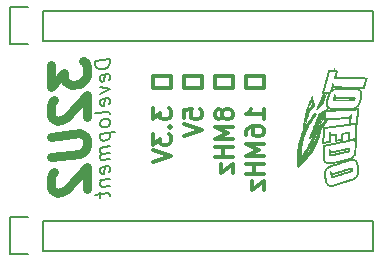
<source format=gbo>
G04 #@! TF.FileFunction,Legend,Bot*
%FSLAX46Y46*%
G04 Gerber Fmt 4.6, Leading zero omitted, Abs format (unit mm)*
G04 Created by KiCad (PCBNEW 4.0.5+dfsg1-4) date Sun Sep 17 22:55:48 2017*
%MOMM*%
%LPD*%
G01*
G04 APERTURE LIST*
%ADD10C,0.100000*%
%ADD11C,0.158750*%
%ADD12C,0.762000*%
%ADD13C,0.375000*%
%ADD14C,0.150000*%
%ADD15C,0.010000*%
G04 APERTURE END LIST*
D10*
D11*
X114620524Y-79811186D02*
X113350524Y-79969936D01*
X113350524Y-80272317D01*
X113411000Y-80446185D01*
X113531952Y-80552019D01*
X113652905Y-80597376D01*
X113894810Y-80627614D01*
X114076238Y-80604935D01*
X114318143Y-80514221D01*
X114439095Y-80438626D01*
X114560048Y-80302554D01*
X114620524Y-80113567D01*
X114620524Y-79811186D01*
X114560048Y-81572554D02*
X114620524Y-81444043D01*
X114620524Y-81202138D01*
X114560048Y-81088745D01*
X114439095Y-81043388D01*
X113955286Y-81103864D01*
X113834333Y-81179459D01*
X113773857Y-81307971D01*
X113773857Y-81549876D01*
X113834333Y-81663268D01*
X113955286Y-81708626D01*
X114076238Y-81693507D01*
X114197190Y-81073626D01*
X113773857Y-82154638D02*
X114620524Y-82351186D01*
X113773857Y-82759399D01*
X114560048Y-83628744D02*
X114620524Y-83500233D01*
X114620524Y-83258328D01*
X114560048Y-83144935D01*
X114439095Y-83099578D01*
X113955286Y-83160054D01*
X113834333Y-83235649D01*
X113773857Y-83364161D01*
X113773857Y-83606066D01*
X113834333Y-83719458D01*
X113955286Y-83764816D01*
X114076238Y-83749697D01*
X114197190Y-83129816D01*
X114620524Y-84407376D02*
X114560048Y-84293982D01*
X114439095Y-84248625D01*
X113350524Y-84384697D01*
X114620524Y-85072614D02*
X114560048Y-84959220D01*
X114499571Y-84906304D01*
X114378619Y-84860947D01*
X114015762Y-84906304D01*
X113894810Y-84981899D01*
X113834333Y-85049934D01*
X113773857Y-85178447D01*
X113773857Y-85359875D01*
X113834333Y-85473267D01*
X113894810Y-85526185D01*
X114015762Y-85571542D01*
X114378619Y-85526185D01*
X114499571Y-85450590D01*
X114560048Y-85382553D01*
X114620524Y-85254042D01*
X114620524Y-85072614D01*
X113773857Y-86146066D02*
X115043857Y-85987316D01*
X113834333Y-86138506D02*
X113773857Y-86267018D01*
X113773857Y-86508923D01*
X113834333Y-86622315D01*
X113894810Y-86675233D01*
X114015762Y-86720590D01*
X114378619Y-86675233D01*
X114499571Y-86599638D01*
X114560048Y-86531601D01*
X114620524Y-86403090D01*
X114620524Y-86161185D01*
X114560048Y-86047792D01*
X114620524Y-87189281D02*
X113773857Y-87295114D01*
X113894810Y-87279995D02*
X113834333Y-87348030D01*
X113773857Y-87476543D01*
X113773857Y-87657971D01*
X113834333Y-87771363D01*
X113955286Y-87816721D01*
X114620524Y-87733567D01*
X113955286Y-87816721D02*
X113834333Y-87892316D01*
X113773857Y-88020828D01*
X113773857Y-88202257D01*
X113834333Y-88315649D01*
X113955286Y-88361006D01*
X114620524Y-88277852D01*
X114560048Y-89373982D02*
X114620524Y-89245471D01*
X114620524Y-89003566D01*
X114560048Y-88890173D01*
X114439095Y-88844816D01*
X113955286Y-88905292D01*
X113834333Y-88980887D01*
X113773857Y-89109399D01*
X113773857Y-89351304D01*
X113834333Y-89464696D01*
X113955286Y-89510054D01*
X114076238Y-89494935D01*
X114197190Y-88875054D01*
X113773857Y-90077018D02*
X114620524Y-89971185D01*
X113894810Y-90061899D02*
X113834333Y-90129934D01*
X113773857Y-90258447D01*
X113773857Y-90439875D01*
X113834333Y-90553267D01*
X113955286Y-90598625D01*
X114620524Y-90515471D01*
X113773857Y-91044637D02*
X113773857Y-91528447D01*
X113350524Y-91278983D02*
X114439095Y-91142911D01*
X114560048Y-91188268D01*
X114620524Y-91301662D01*
X114620524Y-91422614D01*
D12*
X109582857Y-80291215D02*
X109582857Y-82178072D01*
X110744000Y-81016929D01*
X110744000Y-81452357D01*
X110889143Y-81724500D01*
X111034286Y-81851500D01*
X111324571Y-81960358D01*
X112050286Y-81869643D01*
X112340571Y-81688215D01*
X112485714Y-81524929D01*
X112630857Y-81216500D01*
X112630857Y-80345643D01*
X112485714Y-80073500D01*
X112340571Y-79946501D01*
X109873143Y-83302928D02*
X109728000Y-83466214D01*
X109582857Y-83774643D01*
X109582857Y-84500357D01*
X109728000Y-84772500D01*
X109873143Y-84899500D01*
X110163429Y-85008357D01*
X110453714Y-84972072D01*
X110889143Y-84772500D01*
X112630857Y-82813072D01*
X112630857Y-84699929D01*
X109582857Y-86387214D02*
X112050286Y-86078785D01*
X112340571Y-86187643D01*
X112485714Y-86314643D01*
X112630857Y-86586786D01*
X112630857Y-87167357D01*
X112485714Y-87475786D01*
X112340571Y-87639072D01*
X112050286Y-87820500D01*
X109582857Y-88128929D01*
X109873143Y-89398928D02*
X109728000Y-89562214D01*
X109582857Y-89870643D01*
X109582857Y-90596357D01*
X109728000Y-90868500D01*
X109873143Y-90995500D01*
X110163429Y-91104357D01*
X110453714Y-91068072D01*
X110889143Y-90868500D01*
X112630857Y-88909072D01*
X112630857Y-90795929D01*
D13*
X119740571Y-81256143D02*
X118240571Y-81256143D01*
X118240571Y-82256143D01*
X119740571Y-82256143D01*
X119740571Y-81256143D01*
X118240571Y-83970429D02*
X118240571Y-84899000D01*
X118812000Y-84399000D01*
X118812000Y-84613286D01*
X118883429Y-84756143D01*
X118954857Y-84827572D01*
X119097714Y-84899000D01*
X119454857Y-84899000D01*
X119597714Y-84827572D01*
X119669143Y-84756143D01*
X119740571Y-84613286D01*
X119740571Y-84184714D01*
X119669143Y-84041857D01*
X119597714Y-83970429D01*
X119597714Y-85541857D02*
X119669143Y-85613285D01*
X119740571Y-85541857D01*
X119669143Y-85470428D01*
X119597714Y-85541857D01*
X119740571Y-85541857D01*
X118240571Y-86113286D02*
X118240571Y-87041857D01*
X118812000Y-86541857D01*
X118812000Y-86756143D01*
X118883429Y-86899000D01*
X118954857Y-86970429D01*
X119097714Y-87041857D01*
X119454857Y-87041857D01*
X119597714Y-86970429D01*
X119669143Y-86899000D01*
X119740571Y-86756143D01*
X119740571Y-86327571D01*
X119669143Y-86184714D01*
X119597714Y-86113286D01*
X118240571Y-87470428D02*
X119740571Y-87970428D01*
X118240571Y-88470428D01*
X122365571Y-81256143D02*
X120865571Y-81256143D01*
X120865571Y-82256143D01*
X122365571Y-82256143D01*
X122365571Y-81256143D01*
X120865571Y-84827572D02*
X120865571Y-84113286D01*
X121579857Y-84041857D01*
X121508429Y-84113286D01*
X121437000Y-84256143D01*
X121437000Y-84613286D01*
X121508429Y-84756143D01*
X121579857Y-84827572D01*
X121722714Y-84899000D01*
X122079857Y-84899000D01*
X122222714Y-84827572D01*
X122294143Y-84756143D01*
X122365571Y-84613286D01*
X122365571Y-84256143D01*
X122294143Y-84113286D01*
X122222714Y-84041857D01*
X120865571Y-85327571D02*
X122365571Y-85827571D01*
X120865571Y-86327571D01*
X124990571Y-81256143D02*
X123490571Y-81256143D01*
X123490571Y-82256143D01*
X124990571Y-82256143D01*
X124990571Y-81256143D01*
X124133429Y-84327572D02*
X124062000Y-84184714D01*
X123990571Y-84113286D01*
X123847714Y-84041857D01*
X123776286Y-84041857D01*
X123633429Y-84113286D01*
X123562000Y-84184714D01*
X123490571Y-84327572D01*
X123490571Y-84613286D01*
X123562000Y-84756143D01*
X123633429Y-84827572D01*
X123776286Y-84899000D01*
X123847714Y-84899000D01*
X123990571Y-84827572D01*
X124062000Y-84756143D01*
X124133429Y-84613286D01*
X124133429Y-84327572D01*
X124204857Y-84184714D01*
X124276286Y-84113286D01*
X124419143Y-84041857D01*
X124704857Y-84041857D01*
X124847714Y-84113286D01*
X124919143Y-84184714D01*
X124990571Y-84327572D01*
X124990571Y-84613286D01*
X124919143Y-84756143D01*
X124847714Y-84827572D01*
X124704857Y-84899000D01*
X124419143Y-84899000D01*
X124276286Y-84827572D01*
X124204857Y-84756143D01*
X124133429Y-84613286D01*
X124990571Y-85541857D02*
X123490571Y-85541857D01*
X124562000Y-86041857D01*
X123490571Y-86541857D01*
X124990571Y-86541857D01*
X124990571Y-87256143D02*
X123490571Y-87256143D01*
X124204857Y-87256143D02*
X124204857Y-88113286D01*
X124990571Y-88113286D02*
X123490571Y-88113286D01*
X123990571Y-88684715D02*
X123990571Y-89470429D01*
X124990571Y-88684715D01*
X124990571Y-89470429D01*
X127615571Y-81256143D02*
X126115571Y-81256143D01*
X126115571Y-82256143D01*
X127615571Y-82256143D01*
X127615571Y-81256143D01*
X127615571Y-84899000D02*
X127615571Y-84041857D01*
X127615571Y-84470429D02*
X126115571Y-84470429D01*
X126329857Y-84327572D01*
X126472714Y-84184714D01*
X126544143Y-84041857D01*
X126115571Y-86184714D02*
X126115571Y-85899000D01*
X126187000Y-85756143D01*
X126258429Y-85684714D01*
X126472714Y-85541857D01*
X126758429Y-85470428D01*
X127329857Y-85470428D01*
X127472714Y-85541857D01*
X127544143Y-85613285D01*
X127615571Y-85756143D01*
X127615571Y-86041857D01*
X127544143Y-86184714D01*
X127472714Y-86256143D01*
X127329857Y-86327571D01*
X126972714Y-86327571D01*
X126829857Y-86256143D01*
X126758429Y-86184714D01*
X126687000Y-86041857D01*
X126687000Y-85756143D01*
X126758429Y-85613285D01*
X126829857Y-85541857D01*
X126972714Y-85470428D01*
X127615571Y-86970428D02*
X126115571Y-86970428D01*
X127187000Y-87470428D01*
X126115571Y-87970428D01*
X127615571Y-87970428D01*
X127615571Y-88684714D02*
X126115571Y-88684714D01*
X126829857Y-88684714D02*
X126829857Y-89541857D01*
X127615571Y-89541857D02*
X126115571Y-89541857D01*
X126615571Y-90113286D02*
X126615571Y-90899000D01*
X127615571Y-90113286D01*
X127615571Y-90899000D01*
D14*
X108966000Y-78232000D02*
X136906000Y-78232000D01*
X136906000Y-78232000D02*
X136906000Y-75692000D01*
X136906000Y-75692000D02*
X108966000Y-75692000D01*
X106146000Y-78512000D02*
X107696000Y-78512000D01*
X108966000Y-78232000D02*
X108966000Y-75692000D01*
X107696000Y-75412000D02*
X106146000Y-75412000D01*
X106146000Y-75412000D02*
X106146000Y-78512000D01*
X108966000Y-96012000D02*
X136906000Y-96012000D01*
X136906000Y-96012000D02*
X136906000Y-93472000D01*
X136906000Y-93472000D02*
X108966000Y-93472000D01*
X106146000Y-96292000D02*
X107696000Y-96292000D01*
X108966000Y-96012000D02*
X108966000Y-93472000D01*
X107696000Y-93192000D02*
X106146000Y-93192000D01*
X106146000Y-93192000D02*
X106146000Y-96292000D01*
D15*
G36*
X130433884Y-88205334D02*
X130434902Y-88290433D01*
X130436582Y-88365919D01*
X130438870Y-88429818D01*
X130441714Y-88480152D01*
X130444012Y-88506300D01*
X130451242Y-88570047D01*
X130459096Y-88635182D01*
X130467258Y-88699453D01*
X130475412Y-88760609D01*
X130483240Y-88816399D01*
X130490426Y-88864574D01*
X130496653Y-88902881D01*
X130501605Y-88929069D01*
X130504965Y-88940889D01*
X130505179Y-88941171D01*
X130513144Y-88937774D01*
X130531698Y-88924141D01*
X130559201Y-88901749D01*
X130594014Y-88872075D01*
X130634498Y-88836597D01*
X130679014Y-88796794D01*
X130725921Y-88754141D01*
X130773583Y-88710118D01*
X130820358Y-88666202D01*
X130864608Y-88623870D01*
X130904694Y-88584601D01*
X130937145Y-88551766D01*
X131038928Y-88443753D01*
X131135274Y-88335412D01*
X131227875Y-88224516D01*
X131318426Y-88108836D01*
X131408620Y-87986145D01*
X131500151Y-87854215D01*
X131594713Y-87710819D01*
X131685196Y-87567892D01*
X131788672Y-87397998D01*
X131881385Y-87237500D01*
X131964467Y-87083744D01*
X132039056Y-86934079D01*
X132106284Y-86785853D01*
X132167288Y-86636412D01*
X132223203Y-86483106D01*
X132275162Y-86323282D01*
X132324302Y-86154286D01*
X132371756Y-85973468D01*
X132377748Y-85949408D01*
X132392108Y-85892013D01*
X132405490Y-85839620D01*
X132417261Y-85794619D01*
X132426791Y-85759399D01*
X132433447Y-85736349D01*
X132436261Y-85728306D01*
X132442914Y-85718451D01*
X132458505Y-85696770D01*
X132481784Y-85664962D01*
X132511496Y-85624724D01*
X132546391Y-85577754D01*
X132585217Y-85525749D01*
X132612371Y-85489513D01*
X132661156Y-85423796D01*
X132713733Y-85351725D01*
X132767318Y-85277204D01*
X132819124Y-85204136D01*
X132866365Y-85136425D01*
X132906255Y-85077973D01*
X132908585Y-85074501D01*
X133035817Y-84884654D01*
X133131525Y-84879420D01*
X133172104Y-84877222D01*
X133224617Y-84874406D01*
X133284086Y-84871239D01*
X133345536Y-84867986D01*
X133392333Y-84865522D01*
X133455186Y-84862132D01*
X133523194Y-84858311D01*
X133590350Y-84854407D01*
X133650650Y-84850765D01*
X133684433Y-84848632D01*
X133733750Y-84845614D01*
X133794793Y-84842149D01*
X133862366Y-84838518D01*
X133931278Y-84834998D01*
X133996335Y-84831869D01*
X133997699Y-84831806D01*
X134079812Y-84827857D01*
X134175088Y-84823009D01*
X134279794Y-84817466D01*
X134390197Y-84811435D01*
X134502563Y-84805120D01*
X134613159Y-84798728D01*
X134718252Y-84792463D01*
X134767775Y-84789429D01*
X134812159Y-84786890D01*
X134850165Y-84785107D01*
X134878775Y-84784192D01*
X134894974Y-84784256D01*
X134897462Y-84784673D01*
X134897496Y-84793673D01*
X134895632Y-84816614D01*
X134892153Y-84850644D01*
X134887345Y-84892914D01*
X134883305Y-84926175D01*
X134876429Y-84982346D01*
X134869359Y-85041703D01*
X134862796Y-85098270D01*
X134857440Y-85146070D01*
X134856005Y-85159385D01*
X134851457Y-85198300D01*
X134846825Y-85231293D01*
X134842697Y-85254528D01*
X134840018Y-85263752D01*
X134829884Y-85267640D01*
X134803481Y-85273376D01*
X134761362Y-85280880D01*
X134704081Y-85290068D01*
X134632190Y-85300859D01*
X134546243Y-85313170D01*
X134446794Y-85326919D01*
X134334396Y-85342024D01*
X134209602Y-85358403D01*
X134154333Y-85365552D01*
X134103168Y-85372199D01*
X134038111Y-85380742D01*
X133962050Y-85390796D01*
X133877874Y-85401977D01*
X133788470Y-85413902D01*
X133696725Y-85426185D01*
X133605528Y-85438443D01*
X133553200Y-85445501D01*
X133424576Y-85462838D01*
X133302355Y-85479240D01*
X133187753Y-85494546D01*
X133081990Y-85508597D01*
X132986282Y-85521231D01*
X132901848Y-85532289D01*
X132829906Y-85541609D01*
X132771673Y-85549032D01*
X132728368Y-85554396D01*
X132712211Y-85556312D01*
X132685176Y-85560877D01*
X132665897Y-85566835D01*
X132659514Y-85571542D01*
X132658110Y-85582289D01*
X132655901Y-85607567D01*
X132653061Y-85645006D01*
X132649762Y-85692231D01*
X132646178Y-85746871D01*
X132643061Y-85796966D01*
X132638858Y-85866341D01*
X132634112Y-85944960D01*
X132628952Y-86030656D01*
X132623509Y-86121264D01*
X132617911Y-86214618D01*
X132612288Y-86308551D01*
X132606770Y-86400898D01*
X132601485Y-86489492D01*
X132596564Y-86572167D01*
X132592135Y-86646756D01*
X132588329Y-86711095D01*
X132585274Y-86763016D01*
X132583100Y-86800354D01*
X132582983Y-86802383D01*
X132581037Y-86849154D01*
X132581432Y-86880563D01*
X132584148Y-86896028D01*
X132586067Y-86897633D01*
X132597298Y-86896503D01*
X132622662Y-86893324D01*
X132659900Y-86888413D01*
X132706757Y-86882087D01*
X132760975Y-86874662D01*
X132820297Y-86866456D01*
X132882466Y-86857785D01*
X132945225Y-86848966D01*
X133006317Y-86840316D01*
X133063485Y-86832151D01*
X133114473Y-86824789D01*
X133157022Y-86818546D01*
X133188876Y-86813739D01*
X133207779Y-86810685D01*
X133212093Y-86809762D01*
X133213214Y-86800961D01*
X133215145Y-86777208D01*
X133217756Y-86740459D01*
X133220916Y-86692669D01*
X133224496Y-86635793D01*
X133228365Y-86571787D01*
X133231596Y-86516503D01*
X133235651Y-86448097D01*
X133239602Y-86385176D01*
X133243309Y-86329711D01*
X133246630Y-86283670D01*
X133249426Y-86249023D01*
X133251555Y-86227741D01*
X133252682Y-86221661D01*
X133260285Y-86223995D01*
X133268151Y-86232495D01*
X133272860Y-86237781D01*
X133279554Y-86241179D01*
X133290674Y-86242591D01*
X133308664Y-86241922D01*
X133335968Y-86239075D01*
X133375027Y-86233954D01*
X133428287Y-86226462D01*
X133431046Y-86226069D01*
X133483562Y-86218632D01*
X133533695Y-86211610D01*
X133577639Y-86205532D01*
X133611586Y-86200923D01*
X133628613Y-86198697D01*
X133674394Y-86192945D01*
X133668033Y-86318805D01*
X133665047Y-86378083D01*
X133661647Y-86445826D01*
X133658258Y-86513587D01*
X133655364Y-86571666D01*
X133653476Y-86616412D01*
X133652478Y-86655049D01*
X133652401Y-86684477D01*
X133653276Y-86701592D01*
X133654044Y-86704526D01*
X133663774Y-86705402D01*
X133687932Y-86704143D01*
X133724189Y-86701041D01*
X133770216Y-86696392D01*
X133823683Y-86690489D01*
X133882261Y-86683625D01*
X133943621Y-86676096D01*
X134005432Y-86668194D01*
X134065365Y-86660214D01*
X134121092Y-86652449D01*
X134170282Y-86645195D01*
X134210606Y-86638743D01*
X134239735Y-86633389D01*
X134255339Y-86629427D01*
X134257173Y-86628424D01*
X134259204Y-86618576D01*
X134261803Y-86594329D01*
X134264771Y-86558200D01*
X134267911Y-86512706D01*
X134271025Y-86460364D01*
X134272315Y-86436199D01*
X134275462Y-86376615D01*
X134278689Y-86318049D01*
X134281777Y-86264265D01*
X134284511Y-86219025D01*
X134286672Y-86186095D01*
X134287055Y-86180801D01*
X134292187Y-86111669D01*
X134318510Y-86106867D01*
X134344058Y-86102665D01*
X134380763Y-86097247D01*
X134426056Y-86090937D01*
X134477371Y-86084056D01*
X134532140Y-86076925D01*
X134587796Y-86069867D01*
X134641771Y-86063203D01*
X134691499Y-86057255D01*
X134734411Y-86052345D01*
X134767941Y-86048796D01*
X134789520Y-86046928D01*
X134796587Y-86046931D01*
X134797054Y-86055994D01*
X134796523Y-86079577D01*
X134795134Y-86115303D01*
X134793025Y-86160797D01*
X134790335Y-86213682D01*
X134787202Y-86271584D01*
X134783764Y-86332126D01*
X134780160Y-86392933D01*
X134776528Y-86451628D01*
X134773008Y-86505836D01*
X134769737Y-86553181D01*
X134766854Y-86591288D01*
X134764497Y-86617780D01*
X134762806Y-86630281D01*
X134762542Y-86630913D01*
X134753718Y-86633491D01*
X134730611Y-86639040D01*
X134695511Y-86647045D01*
X134650704Y-86656990D01*
X134598480Y-86668358D01*
X134556319Y-86677402D01*
X134491442Y-86691236D01*
X134414834Y-86707575D01*
X134331323Y-86725387D01*
X134245739Y-86743642D01*
X134162910Y-86761312D01*
X134099299Y-86774884D01*
X134019265Y-86791957D01*
X133929524Y-86811096D01*
X133835645Y-86831113D01*
X133743200Y-86850821D01*
X133657758Y-86869032D01*
X133604000Y-86880486D01*
X133527029Y-86896901D01*
X133441582Y-86915151D01*
X133353086Y-86934075D01*
X133266968Y-86952512D01*
X133188655Y-86969301D01*
X133146800Y-86978288D01*
X133078203Y-86993024D01*
X133005568Y-87008622D01*
X132933497Y-87024092D01*
X132866587Y-87038449D01*
X132809439Y-87050705D01*
X132786966Y-87055521D01*
X132739236Y-87066081D01*
X132696946Y-87076064D01*
X132663031Y-87084729D01*
X132640424Y-87091333D01*
X132632450Y-87094634D01*
X132630230Y-87104628D01*
X132628253Y-87129752D01*
X132626521Y-87168206D01*
X132625038Y-87218186D01*
X132623805Y-87277892D01*
X132622827Y-87345522D01*
X132622107Y-87419275D01*
X132621646Y-87497350D01*
X132621449Y-87577944D01*
X132621518Y-87659256D01*
X132621856Y-87739486D01*
X132622466Y-87816830D01*
X132623352Y-87889489D01*
X132624516Y-87955660D01*
X132625961Y-88013542D01*
X132627690Y-88061333D01*
X132629706Y-88097232D01*
X132630764Y-88109586D01*
X132643928Y-88209215D01*
X132662062Y-88294048D01*
X132685878Y-88365677D01*
X132716084Y-88425695D01*
X132753393Y-88475695D01*
X132798513Y-88517269D01*
X132819234Y-88532114D01*
X132859104Y-88556434D01*
X132898433Y-88574805D01*
X132940703Y-88588083D01*
X132989397Y-88597123D01*
X133047999Y-88602782D01*
X133119454Y-88605902D01*
X133157132Y-88606856D01*
X133191890Y-88607443D01*
X133224882Y-88607474D01*
X133257263Y-88606759D01*
X133290188Y-88605109D01*
X133324811Y-88602334D01*
X133362287Y-88598245D01*
X133403770Y-88592653D01*
X133450414Y-88585368D01*
X133503375Y-88576201D01*
X133563807Y-88564962D01*
X133632864Y-88551463D01*
X133711702Y-88535512D01*
X133801473Y-88516922D01*
X133903334Y-88495503D01*
X134018439Y-88471066D01*
X134147942Y-88443420D01*
X134272866Y-88416687D01*
X134395899Y-88389650D01*
X134504188Y-88364258D01*
X134599773Y-88339896D01*
X134684690Y-88315948D01*
X134760979Y-88291798D01*
X134830678Y-88266831D01*
X134895826Y-88240432D01*
X134958460Y-88211985D01*
X134971366Y-88205751D01*
X135069435Y-88152191D01*
X135152071Y-88094272D01*
X135220489Y-88030732D01*
X135275903Y-87960314D01*
X135319529Y-87881758D01*
X135344514Y-87818887D01*
X135353203Y-87793042D01*
X135360770Y-87769000D01*
X135367311Y-87745408D01*
X135372919Y-87720915D01*
X135377689Y-87694167D01*
X135381713Y-87663811D01*
X135385087Y-87628495D01*
X135387904Y-87586865D01*
X135390258Y-87537571D01*
X135392243Y-87479257D01*
X135393953Y-87410573D01*
X135395482Y-87330165D01*
X135396923Y-87236680D01*
X135398372Y-87128765D01*
X135399679Y-87024633D01*
X135400974Y-86924563D01*
X135402323Y-86828680D01*
X135403699Y-86738453D01*
X135405075Y-86655348D01*
X135406423Y-86580831D01*
X135407715Y-86516371D01*
X135408924Y-86463435D01*
X135410023Y-86423489D01*
X135410985Y-86398001D01*
X135411551Y-86389633D01*
X135412849Y-86374410D01*
X135415021Y-86343892D01*
X135417965Y-86299687D01*
X135421580Y-86243404D01*
X135425766Y-86176653D01*
X135430421Y-86101043D01*
X135435444Y-86018184D01*
X135440735Y-85929684D01*
X135445818Y-85843533D01*
X135453925Y-85709552D01*
X135461866Y-85586795D01*
X135469570Y-85476212D01*
X135476964Y-85378753D01*
X135483976Y-85295367D01*
X135490534Y-85227005D01*
X135496560Y-85174666D01*
X135503601Y-85120792D01*
X135512784Y-85050824D01*
X135524121Y-84964675D01*
X135537624Y-84862258D01*
X135553303Y-84743485D01*
X135571170Y-84608271D01*
X135591237Y-84456527D01*
X135613515Y-84288167D01*
X135636667Y-84113283D01*
X135642310Y-84068289D01*
X135646584Y-84029445D01*
X135649209Y-83999733D01*
X135649904Y-83982138D01*
X135649347Y-83978692D01*
X135639955Y-83977805D01*
X135616077Y-83977786D01*
X135580136Y-83978572D01*
X135538809Y-83979958D01*
X135538809Y-84055652D01*
X135553565Y-84057060D01*
X135559202Y-84062505D01*
X135559799Y-84067548D01*
X135558720Y-84078931D01*
X135555642Y-84105188D01*
X135550807Y-84144410D01*
X135544458Y-84194685D01*
X135536835Y-84254104D01*
X135528181Y-84320757D01*
X135518738Y-84392733D01*
X135516696Y-84408202D01*
X135497835Y-84550722D01*
X135481043Y-84677141D01*
X135466223Y-84788155D01*
X135453280Y-84884458D01*
X135442117Y-84966744D01*
X135432639Y-85035707D01*
X135424748Y-85092042D01*
X135418350Y-85136442D01*
X135413348Y-85169603D01*
X135409646Y-85192219D01*
X135407147Y-85204984D01*
X135405966Y-85208555D01*
X135396906Y-85210009D01*
X135385373Y-85211063D01*
X135385373Y-85280500D01*
X135392991Y-85282408D01*
X135396699Y-85290529D01*
X135397103Y-85308459D01*
X135394995Y-85337650D01*
X135393601Y-85356467D01*
X135391339Y-85390495D01*
X135388311Y-85438036D01*
X135384623Y-85497394D01*
X135380377Y-85566875D01*
X135375678Y-85644781D01*
X135370628Y-85729418D01*
X135365333Y-85819088D01*
X135360682Y-85898566D01*
X135355271Y-85990827D01*
X135350016Y-86079212D01*
X135345021Y-86162068D01*
X135340389Y-86237738D01*
X135336222Y-86304570D01*
X135332625Y-86360909D01*
X135329699Y-86405100D01*
X135327548Y-86435490D01*
X135326382Y-86449467D01*
X135321430Y-86496601D01*
X135301518Y-86499065D01*
X135301518Y-86601299D01*
X135304498Y-86609475D01*
X135307127Y-86632841D01*
X135309406Y-86669660D01*
X135311337Y-86718192D01*
X135312918Y-86776701D01*
X135314152Y-86843446D01*
X135315038Y-86916689D01*
X135315576Y-86994692D01*
X135315768Y-87075716D01*
X135315614Y-87158023D01*
X135315114Y-87239874D01*
X135314270Y-87319531D01*
X135313080Y-87395254D01*
X135311546Y-87465305D01*
X135309669Y-87527947D01*
X135307449Y-87581439D01*
X135304886Y-87624044D01*
X135301981Y-87654023D01*
X135301211Y-87659282D01*
X135280964Y-87754346D01*
X135252644Y-87836480D01*
X135215073Y-87908216D01*
X135167075Y-87972090D01*
X135144933Y-87995762D01*
X135100948Y-88036215D01*
X135051482Y-88073743D01*
X134995289Y-88108837D01*
X134931121Y-88141985D01*
X134857732Y-88173678D01*
X134773874Y-88204405D01*
X134678303Y-88234656D01*
X134569769Y-88264920D01*
X134447028Y-88295689D01*
X134308831Y-88327450D01*
X134289799Y-88331648D01*
X134147687Y-88362800D01*
X134020898Y-88390438D01*
X133908238Y-88414777D01*
X133808515Y-88436034D01*
X133720535Y-88454426D01*
X133643104Y-88470171D01*
X133575029Y-88483484D01*
X133515116Y-88494582D01*
X133462172Y-88503682D01*
X133415003Y-88511001D01*
X133372416Y-88516755D01*
X133333216Y-88521162D01*
X133296211Y-88524437D01*
X133260207Y-88526798D01*
X133224010Y-88528462D01*
X133201833Y-88529212D01*
X133132563Y-88530691D01*
X133076913Y-88530186D01*
X133031643Y-88527272D01*
X132993510Y-88521522D01*
X132959276Y-88512511D01*
X132925697Y-88499813D01*
X132904232Y-88490112D01*
X132845555Y-88454004D01*
X132799096Y-88406520D01*
X132765125Y-88349666D01*
X132754572Y-88326266D01*
X132745551Y-88303769D01*
X132737912Y-88280627D01*
X132731507Y-88255288D01*
X132726188Y-88226202D01*
X132721805Y-88191818D01*
X132718211Y-88150587D01*
X132715257Y-88100957D01*
X132712794Y-88041379D01*
X132710673Y-87970302D01*
X132708746Y-87886176D01*
X132706864Y-87787450D01*
X132705885Y-87731600D01*
X132704500Y-87644243D01*
X132703394Y-87559946D01*
X132702576Y-87480628D01*
X132702055Y-87408205D01*
X132701841Y-87344596D01*
X132701943Y-87291718D01*
X132702371Y-87251490D01*
X132703135Y-87225829D01*
X132703360Y-87222164D01*
X132706342Y-87187617D01*
X132709833Y-87166415D01*
X132714960Y-87154981D01*
X132722851Y-87149736D01*
X132726528Y-87148688D01*
X132740167Y-87145658D01*
X132767514Y-87139750D01*
X132805709Y-87131576D01*
X132851891Y-87121747D01*
X132903198Y-87110876D01*
X132909733Y-87109495D01*
X132965393Y-87097690D01*
X133032986Y-87083284D01*
X133107896Y-87067266D01*
X133185507Y-87050624D01*
X133261202Y-87034346D01*
X133307666Y-87024325D01*
X133377862Y-87009246D01*
X133451436Y-86993581D01*
X133524172Y-86978219D01*
X133591854Y-86964047D01*
X133650266Y-86951954D01*
X133684433Y-86944989D01*
X133745986Y-86932317D01*
X133815270Y-86917654D01*
X133884907Y-86902585D01*
X133947516Y-86888694D01*
X133963833Y-86884991D01*
X134019572Y-86872511D01*
X134085574Y-86858129D01*
X134155485Y-86843206D01*
X134222951Y-86829106D01*
X134260166Y-86821494D01*
X134324056Y-86808342D01*
X134397660Y-86792833D01*
X134474195Y-86776417D01*
X134546875Y-86760545D01*
X134590366Y-86750864D01*
X134651469Y-86737304D01*
X134716150Y-86723258D01*
X134779197Y-86709835D01*
X134835398Y-86698149D01*
X134873999Y-86690390D01*
X134922995Y-86680545D01*
X134982479Y-86668217D01*
X135046427Y-86654676D01*
X135108817Y-86641190D01*
X135138535Y-86634645D01*
X135187395Y-86623951D01*
X135231048Y-86614678D01*
X135266603Y-86607420D01*
X135291165Y-86602769D01*
X135301518Y-86601299D01*
X135301518Y-86499065D01*
X135089579Y-86525293D01*
X135028940Y-86532649D01*
X134973994Y-86539031D01*
X134926920Y-86544209D01*
X134889897Y-86547953D01*
X134865104Y-86550031D01*
X134854721Y-86550215D01*
X134854563Y-86550125D01*
X134854260Y-86540999D01*
X134854993Y-86517181D01*
X134856652Y-86480872D01*
X134859127Y-86434274D01*
X134862306Y-86379590D01*
X134866080Y-86319021D01*
X134866440Y-86313433D01*
X134870507Y-86248308D01*
X134874195Y-86185109D01*
X134877345Y-86126887D01*
X134879798Y-86076695D01*
X134881397Y-86037586D01*
X134881974Y-86014310D01*
X134882466Y-85948021D01*
X134859183Y-85952773D01*
X134845508Y-85954956D01*
X134817141Y-85959019D01*
X134776181Y-85964675D01*
X134724730Y-85971641D01*
X134664890Y-85979632D01*
X134598762Y-85988362D01*
X134540835Y-85995935D01*
X134471515Y-86005129D01*
X134407128Y-86013994D01*
X134349704Y-86022227D01*
X134301272Y-86029522D01*
X134263864Y-86035576D01*
X134239509Y-86040083D01*
X134230599Y-86042464D01*
X134226247Y-86045122D01*
X134222612Y-86049089D01*
X134219516Y-86056015D01*
X134216777Y-86067553D01*
X134214217Y-86085353D01*
X134211655Y-86111065D01*
X134208912Y-86146340D01*
X134205808Y-86192829D01*
X134202164Y-86252183D01*
X134197800Y-86326053D01*
X134195567Y-86364233D01*
X134192228Y-86416491D01*
X134188666Y-86463854D01*
X134185146Y-86503370D01*
X134181933Y-86532086D01*
X134179291Y-86547053D01*
X134179133Y-86547514D01*
X134170934Y-86559266D01*
X134154315Y-86566640D01*
X134127356Y-86571359D01*
X134104056Y-86574377D01*
X134067770Y-86579178D01*
X134022292Y-86585256D01*
X133971413Y-86592105D01*
X133930631Y-86597628D01*
X133880146Y-86604306D01*
X133833987Y-86610081D01*
X133795380Y-86614575D01*
X133767553Y-86617410D01*
X133754749Y-86618233D01*
X133730603Y-86618233D01*
X133735172Y-86552616D01*
X133741304Y-86463515D01*
X133746230Y-86389449D01*
X133750052Y-86328570D01*
X133752875Y-86279030D01*
X133754802Y-86238982D01*
X133755937Y-86206577D01*
X133756383Y-86179969D01*
X133756400Y-86174263D01*
X133756400Y-86110233D01*
X133720416Y-86110365D01*
X133698703Y-86111614D01*
X133664561Y-86114938D01*
X133622299Y-86119866D01*
X133576228Y-86125921D01*
X133565900Y-86127373D01*
X133515635Y-86134172D01*
X133464411Y-86140491D01*
X133417964Y-86145658D01*
X133382030Y-86149002D01*
X133379633Y-86149181D01*
X133311900Y-86154115D01*
X133258498Y-86056174D01*
X133238077Y-86019376D01*
X133220082Y-85988161D01*
X133206255Y-85965465D01*
X133198337Y-85954226D01*
X133197658Y-85953635D01*
X133194734Y-85953242D01*
X133192047Y-85956734D01*
X133189478Y-85965409D01*
X133186910Y-85980565D01*
X133184224Y-86003498D01*
X133181302Y-86035505D01*
X133178027Y-86077884D01*
X133174280Y-86131933D01*
X133169944Y-86198947D01*
X133164901Y-86280224D01*
X133159032Y-86377063D01*
X133158792Y-86381048D01*
X133154177Y-86457240D01*
X133149827Y-86527989D01*
X133145856Y-86591552D01*
X133142374Y-86646187D01*
X133139493Y-86690151D01*
X133137326Y-86721703D01*
X133135984Y-86739099D01*
X133135628Y-86742015D01*
X133127185Y-86743447D01*
X133104137Y-86746854D01*
X133068661Y-86751929D01*
X133022932Y-86758363D01*
X132969125Y-86765848D01*
X132909415Y-86774075D01*
X132906375Y-86774492D01*
X132836441Y-86783933D01*
X132781520Y-86790960D01*
X132739888Y-86795720D01*
X132709821Y-86798360D01*
X132689593Y-86799026D01*
X132677479Y-86797866D01*
X132671756Y-86795027D01*
X132671380Y-86794525D01*
X132668263Y-86780702D01*
X132667333Y-86755736D01*
X132668576Y-86728299D01*
X132669876Y-86709964D01*
X132672059Y-86676393D01*
X132675022Y-86629256D01*
X132678665Y-86570222D01*
X132682885Y-86500960D01*
X132687581Y-86423139D01*
X132692651Y-86338429D01*
X132697993Y-86248499D01*
X132703152Y-86161033D01*
X132708619Y-86069496D01*
X132713952Y-85983004D01*
X132719050Y-85903035D01*
X132723809Y-85831064D01*
X132728129Y-85768568D01*
X132731906Y-85717024D01*
X132735038Y-85677908D01*
X132737424Y-85652697D01*
X132738962Y-85642868D01*
X132738997Y-85642823D01*
X132741779Y-85641369D01*
X132748110Y-85639537D01*
X132758696Y-85637226D01*
X132774245Y-85634339D01*
X132795466Y-85630778D01*
X132823066Y-85626443D01*
X132857752Y-85621238D01*
X132900232Y-85615062D01*
X132951214Y-85607818D01*
X133011406Y-85599407D01*
X133081515Y-85589731D01*
X133162249Y-85578692D01*
X133254316Y-85566191D01*
X133358424Y-85552129D01*
X133475279Y-85536409D01*
X133605590Y-85518931D01*
X133750065Y-85499598D01*
X133909411Y-85478311D01*
X134084336Y-85454971D01*
X134217833Y-85437173D01*
X134307303Y-85425210D01*
X134409256Y-85411512D01*
X134519400Y-85396662D01*
X134633442Y-85381238D01*
X134747091Y-85365823D01*
X134856055Y-85350996D01*
X134956042Y-85337338D01*
X134972111Y-85335137D01*
X135052708Y-85324133D01*
X135128458Y-85313869D01*
X135197650Y-85304572D01*
X135258576Y-85296468D01*
X135309526Y-85289783D01*
X135348792Y-85284743D01*
X135374665Y-85281573D01*
X135385373Y-85280500D01*
X135385373Y-85211063D01*
X135373609Y-85212139D01*
X135338702Y-85214789D01*
X135294811Y-85217809D01*
X135244564Y-85221043D01*
X135190587Y-85224338D01*
X135135507Y-85227542D01*
X135081950Y-85230501D01*
X135032544Y-85233061D01*
X134989916Y-85235069D01*
X134956691Y-85236373D01*
X134935498Y-85236817D01*
X134928904Y-85236405D01*
X134929002Y-85227523D01*
X134931063Y-85205542D01*
X134934707Y-85174135D01*
X134937895Y-85149266D01*
X134948853Y-85065557D01*
X134959592Y-84981301D01*
X134969918Y-84898197D01*
X134979637Y-84817945D01*
X134988558Y-84742244D01*
X134996486Y-84672794D01*
X135003228Y-84611294D01*
X135008591Y-84559444D01*
X135012382Y-84518943D01*
X135014406Y-84491490D01*
X135014472Y-84478786D01*
X135014230Y-84478161D01*
X135008922Y-84477455D01*
X135000113Y-84484048D01*
X134986693Y-84499326D01*
X134967556Y-84524676D01*
X134941592Y-84561486D01*
X134907695Y-84611142D01*
X134906146Y-84613432D01*
X134878806Y-84652219D01*
X134855269Y-84682353D01*
X134837241Y-84701777D01*
X134827433Y-84708349D01*
X134815229Y-84709552D01*
X134788171Y-84711395D01*
X134748319Y-84713763D01*
X134697736Y-84716542D01*
X134638483Y-84719619D01*
X134572621Y-84722879D01*
X134514166Y-84725655D01*
X134454031Y-84728527D01*
X134379307Y-84732211D01*
X134292313Y-84736588D01*
X134195368Y-84741537D01*
X134090791Y-84746939D01*
X133980900Y-84752673D01*
X133868015Y-84758620D01*
X133754454Y-84764658D01*
X133642536Y-84770670D01*
X133599766Y-84772984D01*
X133462604Y-84780424D01*
X133341369Y-84786992D01*
X133235076Y-84792734D01*
X133142745Y-84797692D01*
X133063391Y-84801911D01*
X132996033Y-84805435D01*
X132939689Y-84808307D01*
X132893375Y-84810572D01*
X132856108Y-84812273D01*
X132826907Y-84813454D01*
X132804789Y-84814159D01*
X132788771Y-84814432D01*
X132777870Y-84814317D01*
X132771104Y-84813857D01*
X132767490Y-84813098D01*
X132766046Y-84812081D01*
X132765790Y-84810853D01*
X132765800Y-84810231D01*
X132766921Y-84800535D01*
X132770069Y-84776428D01*
X132774916Y-84740272D01*
X132781137Y-84694424D01*
X132788405Y-84641245D01*
X132796395Y-84583095D01*
X132804780Y-84522332D01*
X132813235Y-84461316D01*
X132821433Y-84402407D01*
X132829048Y-84347964D01*
X132835754Y-84300346D01*
X132841225Y-84261913D01*
X132845136Y-84235025D01*
X132846778Y-84224283D01*
X132852702Y-84204540D01*
X132864115Y-84197215D01*
X132870299Y-84196766D01*
X132882870Y-84196327D01*
X132910352Y-84195077D01*
X132950744Y-84193116D01*
X133002046Y-84190545D01*
X133062261Y-84187463D01*
X133129388Y-84183971D01*
X133201429Y-84180170D01*
X133206465Y-84179902D01*
X133272743Y-84176391D01*
X133353344Y-84172143D01*
X133445680Y-84167294D01*
X133547164Y-84161979D01*
X133655209Y-84156333D01*
X133767225Y-84150492D01*
X133880627Y-84144590D01*
X133992825Y-84138764D01*
X134099299Y-84133247D01*
X134293416Y-84123192D01*
X134471121Y-84113964D01*
X134632916Y-84105536D01*
X134779300Y-84097881D01*
X134910774Y-84090972D01*
X135027838Y-84084783D01*
X135130994Y-84079286D01*
X135220741Y-84074455D01*
X135297579Y-84070263D01*
X135362011Y-84066684D01*
X135414534Y-84063689D01*
X135455651Y-84061252D01*
X135485862Y-84059348D01*
X135505667Y-84057947D01*
X135511116Y-84057493D01*
X135538809Y-84055652D01*
X135538809Y-83979958D01*
X135534552Y-83980101D01*
X135481747Y-83982310D01*
X135448523Y-83983890D01*
X135392704Y-83986514D01*
X135342768Y-83988583D01*
X135301120Y-83990020D01*
X135270162Y-83990749D01*
X135252297Y-83990693D01*
X135248874Y-83990262D01*
X135254649Y-83985520D01*
X135272870Y-83975154D01*
X135300651Y-83960726D01*
X135332803Y-83944901D01*
X135409860Y-83903478D01*
X135476589Y-83857447D01*
X135535317Y-83804383D01*
X135588370Y-83741862D01*
X135638074Y-83667458D01*
X135686757Y-83578748D01*
X135689611Y-83573088D01*
X135719729Y-83506589D01*
X135750493Y-83426707D01*
X135780861Y-83336910D01*
X135809790Y-83240664D01*
X135836239Y-83141435D01*
X135859166Y-83042692D01*
X135877522Y-82947933D01*
X135892994Y-82828201D01*
X135896283Y-82720228D01*
X135887389Y-82624008D01*
X135866310Y-82539537D01*
X135833044Y-82466809D01*
X135787590Y-82405821D01*
X135729946Y-82356568D01*
X135683904Y-82329834D01*
X135667077Y-82321510D01*
X135651637Y-82314075D01*
X135636581Y-82307480D01*
X135620904Y-82301673D01*
X135603602Y-82296606D01*
X135583671Y-82292227D01*
X135560107Y-82288487D01*
X135531904Y-82285334D01*
X135498061Y-82282720D01*
X135457571Y-82280593D01*
X135409430Y-82278903D01*
X135352636Y-82277600D01*
X135286183Y-82276634D01*
X135209066Y-82275954D01*
X135120283Y-82275510D01*
X135018829Y-82275253D01*
X134903699Y-82275130D01*
X134773890Y-82275094D01*
X134628396Y-82275092D01*
X134590366Y-82275091D01*
X134439944Y-82275079D01*
X134305431Y-82275093D01*
X134185803Y-82275189D01*
X134084529Y-82275412D01*
X134084529Y-82351739D01*
X134177920Y-82351803D01*
X134284598Y-82351973D01*
X134405586Y-82352236D01*
X134541902Y-82352577D01*
X134627203Y-82352801D01*
X135555566Y-82355266D01*
X135620496Y-82383287D01*
X135684916Y-82418623D01*
X135735640Y-82463560D01*
X135773591Y-82519161D01*
X135799697Y-82586487D01*
X135800673Y-82590048D01*
X135807212Y-82626536D01*
X135811304Y-82675404D01*
X135812954Y-82732276D01*
X135812168Y-82792777D01*
X135808952Y-82852533D01*
X135803312Y-82907169D01*
X135800245Y-82927391D01*
X135790174Y-82980406D01*
X135776540Y-83043171D01*
X135760358Y-83111734D01*
X135742643Y-83182142D01*
X135724409Y-83250441D01*
X135706670Y-83312680D01*
X135690443Y-83364905D01*
X135680880Y-83392433D01*
X135634303Y-83506111D01*
X135584325Y-83604086D01*
X135529967Y-83687412D01*
X135470249Y-83757146D01*
X135404194Y-83814341D01*
X135330820Y-83860055D01*
X135249150Y-83895341D01*
X135199966Y-83910790D01*
X135188934Y-83913809D01*
X135178157Y-83916488D01*
X135166603Y-83918853D01*
X135153240Y-83920927D01*
X135137034Y-83922733D01*
X135116954Y-83924294D01*
X135091967Y-83925634D01*
X135061041Y-83926777D01*
X135023142Y-83927745D01*
X134977239Y-83928563D01*
X134922299Y-83929253D01*
X134857290Y-83929840D01*
X134781178Y-83930346D01*
X134692932Y-83930796D01*
X134591519Y-83931212D01*
X134475907Y-83931618D01*
X134345062Y-83932038D01*
X134251699Y-83932328D01*
X134100909Y-83932708D01*
X134036487Y-83932790D01*
X134036487Y-84011642D01*
X134099299Y-84011708D01*
X134212022Y-84011990D01*
X134312865Y-84012446D01*
X134401206Y-84013065D01*
X134476423Y-84013839D01*
X134537897Y-84014757D01*
X134585006Y-84015811D01*
X134617128Y-84016990D01*
X134633643Y-84018285D01*
X134633929Y-84019687D01*
X134632699Y-84019883D01*
X134614949Y-84021647D01*
X134581983Y-84024145D01*
X134535499Y-84027277D01*
X134477196Y-84030939D01*
X134408770Y-84035029D01*
X134331919Y-84039447D01*
X134248341Y-84044089D01*
X134159733Y-84048853D01*
X134090833Y-84052454D01*
X133999163Y-84057206D01*
X133910927Y-84061818D01*
X133827869Y-84066197D01*
X133751731Y-84070249D01*
X133684259Y-84073881D01*
X133627194Y-84076999D01*
X133582279Y-84079509D01*
X133551260Y-84081318D01*
X133538383Y-84082142D01*
X133506801Y-84083358D01*
X133485221Y-84082124D01*
X133477005Y-84078636D01*
X133477000Y-84078523D01*
X133480969Y-84062506D01*
X133490259Y-84041296D01*
X133500945Y-84023094D01*
X133506461Y-84016979D01*
X133516175Y-84015950D01*
X133541430Y-84015001D01*
X133580836Y-84014144D01*
X133633000Y-84013393D01*
X133696530Y-84012759D01*
X133770036Y-84012254D01*
X133852125Y-84011891D01*
X133941406Y-84011683D01*
X134036487Y-84011642D01*
X134036487Y-83932790D01*
X133961069Y-83932886D01*
X133832806Y-83932863D01*
X133716746Y-83932646D01*
X133613515Y-83932236D01*
X133523738Y-83931639D01*
X133448043Y-83930857D01*
X133387055Y-83929895D01*
X133341399Y-83928756D01*
X133311702Y-83927443D01*
X133302331Y-83926641D01*
X133217675Y-83910781D01*
X133146898Y-83885520D01*
X133089703Y-83850711D01*
X133045792Y-83806211D01*
X133041506Y-83800361D01*
X133017660Y-83761838D01*
X133000575Y-83721386D01*
X132989145Y-83674956D01*
X132982263Y-83618501D01*
X132979697Y-83574330D01*
X132979290Y-83498486D01*
X132984518Y-83420111D01*
X132995811Y-83335874D01*
X133013598Y-83242445D01*
X133033609Y-83155489D01*
X133071970Y-83012539D01*
X133113424Y-82885644D01*
X133158471Y-82774127D01*
X133207611Y-82677310D01*
X133261345Y-82594513D01*
X133320174Y-82525060D01*
X133384598Y-82468272D01*
X133455118Y-82423470D01*
X133532235Y-82389977D01*
X133615437Y-82367320D01*
X133628930Y-82364659D01*
X133642447Y-82362296D01*
X133657008Y-82360215D01*
X133673634Y-82358402D01*
X133693345Y-82356843D01*
X133717161Y-82355523D01*
X133746103Y-82354427D01*
X133781190Y-82353541D01*
X133823444Y-82352849D01*
X133873885Y-82352338D01*
X133933532Y-82351992D01*
X134003407Y-82351797D01*
X134084529Y-82351739D01*
X134084529Y-82275412D01*
X134080034Y-82275422D01*
X133987102Y-82275850D01*
X133905981Y-82276528D01*
X133835648Y-82277512D01*
X133775077Y-82278858D01*
X133723245Y-82280622D01*
X133679126Y-82282860D01*
X133641698Y-82285628D01*
X133609935Y-82288983D01*
X133582813Y-82292980D01*
X133559307Y-82297676D01*
X133538394Y-82303126D01*
X133519049Y-82309387D01*
X133500248Y-82316514D01*
X133480966Y-82324563D01*
X133460178Y-82333591D01*
X133451402Y-82337407D01*
X133420208Y-82350843D01*
X133395644Y-82361269D01*
X133381279Y-82367177D01*
X133379042Y-82367966D01*
X133379328Y-82360499D01*
X133383655Y-82340531D01*
X133390983Y-82311716D01*
X133400272Y-82277707D01*
X133410481Y-82242156D01*
X133420570Y-82208715D01*
X133429498Y-82181038D01*
X133436224Y-82162778D01*
X133438952Y-82157658D01*
X133446860Y-82159653D01*
X133453804Y-82166564D01*
X133455077Y-82168679D01*
X133455959Y-82170556D01*
X133457377Y-82172236D01*
X133460256Y-82173757D01*
X133465523Y-82175158D01*
X133474105Y-82176479D01*
X133486927Y-82177758D01*
X133504916Y-82179035D01*
X133528999Y-82180349D01*
X133560102Y-82181739D01*
X133599152Y-82183244D01*
X133647074Y-82184902D01*
X133704795Y-82186755D01*
X133773241Y-82188839D01*
X133853340Y-82191195D01*
X133946016Y-82193861D01*
X134052197Y-82196877D01*
X134172809Y-82200282D01*
X134308779Y-82204115D01*
X134412566Y-82207045D01*
X134512690Y-82209911D01*
X134609492Y-82212754D01*
X134701378Y-82215522D01*
X134786749Y-82218164D01*
X134864008Y-82220628D01*
X134931559Y-82222864D01*
X134987805Y-82224818D01*
X135031148Y-82226441D01*
X135059992Y-82227681D01*
X135068733Y-82228157D01*
X135103089Y-82230024D01*
X135149480Y-82232044D01*
X135206121Y-82234176D01*
X135271228Y-82236378D01*
X135343015Y-82238608D01*
X135419698Y-82240824D01*
X135499492Y-82242982D01*
X135580613Y-82245042D01*
X135661274Y-82246962D01*
X135739693Y-82248698D01*
X135814083Y-82250209D01*
X135882660Y-82251452D01*
X135943638Y-82252387D01*
X135995235Y-82252969D01*
X136035663Y-82253158D01*
X136063140Y-82252912D01*
X136075879Y-82252187D01*
X136076533Y-82251952D01*
X136079599Y-82243203D01*
X136086792Y-82219979D01*
X136097587Y-82184088D01*
X136111461Y-82137337D01*
X136127888Y-82081534D01*
X136146346Y-82018486D01*
X136166311Y-81950001D01*
X136187257Y-81877887D01*
X136208662Y-81803950D01*
X136230000Y-81729998D01*
X136250749Y-81657839D01*
X136270384Y-81589281D01*
X136288381Y-81526130D01*
X136304215Y-81470194D01*
X136317364Y-81423281D01*
X136327303Y-81387199D01*
X136328099Y-81384258D01*
X136326489Y-81373499D01*
X136312147Y-81367277D01*
X136303595Y-81365748D01*
X136288516Y-81364489D01*
X136258717Y-81362859D01*
X136216403Y-81360948D01*
X136163781Y-81358844D01*
X136103058Y-81356637D01*
X136036440Y-81354418D01*
X135987366Y-81352901D01*
X135724661Y-81345030D01*
X135478722Y-81337634D01*
X135249385Y-81330707D01*
X135036491Y-81324245D01*
X134839877Y-81318243D01*
X134659382Y-81312694D01*
X134494844Y-81307595D01*
X134346102Y-81302940D01*
X134212994Y-81298724D01*
X134095359Y-81294941D01*
X133993035Y-81291587D01*
X133905861Y-81288657D01*
X133833674Y-81286145D01*
X133776315Y-81284046D01*
X133733620Y-81282356D01*
X133705429Y-81281068D01*
X133691580Y-81280178D01*
X133689989Y-81279911D01*
X133691300Y-81271178D01*
X133696732Y-81248167D01*
X133705759Y-81212883D01*
X133717852Y-81167333D01*
X133732485Y-81113520D01*
X133749129Y-81053451D01*
X133756734Y-81026334D01*
X133774061Y-80964171D01*
X133789568Y-80907375D01*
X133802732Y-80857957D01*
X133813029Y-80817929D01*
X133819936Y-80789300D01*
X133822930Y-80774081D01*
X133822887Y-80772165D01*
X133813377Y-80770315D01*
X133790043Y-80768058D01*
X133755982Y-80765630D01*
X133714292Y-80763269D01*
X133694937Y-80762341D01*
X133650355Y-80759948D01*
X133611522Y-80757174D01*
X133581721Y-80754307D01*
X133564232Y-80751632D01*
X133561405Y-80750671D01*
X133558628Y-80742207D01*
X133561331Y-80722482D01*
X133569830Y-80689963D01*
X133582417Y-80649365D01*
X133594263Y-80611479D01*
X133603548Y-80579381D01*
X133609322Y-80556530D01*
X133610672Y-80546484D01*
X133606616Y-80550955D01*
X133597223Y-80568462D01*
X133583757Y-80596448D01*
X133567484Y-80632355D01*
X133561616Y-80645729D01*
X133515100Y-80752593D01*
X133305576Y-80747024D01*
X133152597Y-80742958D01*
X133152597Y-80822800D01*
X133185682Y-80824781D01*
X133202516Y-80825588D01*
X133233802Y-80826890D01*
X133277066Y-80828593D01*
X133329837Y-80830602D01*
X133389641Y-80832821D01*
X133454008Y-80835155D01*
X133468123Y-80835660D01*
X133531318Y-80838015D01*
X133588836Y-80840352D01*
X133638554Y-80842568D01*
X133678349Y-80844562D01*
X133706099Y-80846233D01*
X133719681Y-80847478D01*
X133720674Y-80847752D01*
X133719259Y-80856384D01*
X133713707Y-80879252D01*
X133704561Y-80914319D01*
X133692367Y-80959547D01*
X133677667Y-81012899D01*
X133661007Y-81072337D01*
X133655468Y-81091896D01*
X133638119Y-81153460D01*
X133622390Y-81210147D01*
X133608859Y-81259800D01*
X133598106Y-81300261D01*
X133590710Y-81329372D01*
X133587250Y-81344975D01*
X133587066Y-81346638D01*
X133594176Y-81358039D01*
X133606116Y-81360440D01*
X133618673Y-81360704D01*
X133646897Y-81361467D01*
X133689530Y-81362691D01*
X133745316Y-81364336D01*
X133812995Y-81366364D01*
X133891310Y-81368734D01*
X133979004Y-81371408D01*
X134074819Y-81374347D01*
X134177497Y-81377511D01*
X134285781Y-81380863D01*
X134398413Y-81384361D01*
X134514135Y-81387969D01*
X134631690Y-81391645D01*
X134749819Y-81395352D01*
X134867265Y-81399050D01*
X134982771Y-81402700D01*
X135095079Y-81406264D01*
X135202931Y-81409701D01*
X135305069Y-81412973D01*
X135400236Y-81416040D01*
X135487174Y-81418865D01*
X135513233Y-81419716D01*
X135607956Y-81422774D01*
X135699788Y-81425655D01*
X135786958Y-81428307D01*
X135867691Y-81430682D01*
X135940215Y-81432728D01*
X136002758Y-81434396D01*
X136053546Y-81435636D01*
X136090808Y-81436397D01*
X136111557Y-81436632D01*
X136157575Y-81437225D01*
X136189067Y-81439309D01*
X136208408Y-81443341D01*
X136217977Y-81449780D01*
X136220200Y-81457571D01*
X136217952Y-81467751D01*
X136211531Y-81492472D01*
X136201414Y-81529992D01*
X136188082Y-81578572D01*
X136172013Y-81636470D01*
X136153687Y-81701946D01*
X136133584Y-81773259D01*
X136121931Y-81814382D01*
X136100884Y-81888095D01*
X136081030Y-81956820D01*
X136062883Y-82018829D01*
X136046961Y-82072395D01*
X136033780Y-82115791D01*
X136023854Y-82147289D01*
X136017701Y-82165164D01*
X136016109Y-82168565D01*
X136010833Y-82169811D01*
X135997332Y-82170673D01*
X135975047Y-82171135D01*
X135943421Y-82171183D01*
X135901895Y-82170804D01*
X135849913Y-82169983D01*
X135786916Y-82168705D01*
X135712346Y-82166958D01*
X135625645Y-82164726D01*
X135526256Y-82161996D01*
X135413620Y-82158754D01*
X135287180Y-82154984D01*
X135146378Y-82150674D01*
X134990656Y-82145810D01*
X134819456Y-82140376D01*
X134632219Y-82134359D01*
X134514166Y-82130535D01*
X134363571Y-82125640D01*
X134229001Y-82121254D01*
X134109557Y-82117343D01*
X134004338Y-82113874D01*
X133912446Y-82110813D01*
X133832980Y-82108128D01*
X133765041Y-82105783D01*
X133707729Y-82103746D01*
X133660145Y-82101983D01*
X133621389Y-82100460D01*
X133590561Y-82099145D01*
X133566763Y-82098003D01*
X133549093Y-82097001D01*
X133536653Y-82096105D01*
X133528543Y-82095282D01*
X133523864Y-82094498D01*
X133521715Y-82093720D01*
X133521462Y-82093518D01*
X133517634Y-82084134D01*
X133510270Y-82061535D01*
X133500336Y-82028832D01*
X133488795Y-81989135D01*
X133485341Y-81976956D01*
X133473272Y-81935984D01*
X133462091Y-81901323D01*
X133452857Y-81876027D01*
X133446629Y-81863152D01*
X133445541Y-81862180D01*
X133441122Y-81869232D01*
X133432862Y-81890504D01*
X133421453Y-81923900D01*
X133407584Y-81967323D01*
X133391948Y-82018678D01*
X133375916Y-82073490D01*
X133345293Y-82180129D01*
X133318971Y-82271625D01*
X133296609Y-82349121D01*
X133277867Y-82413761D01*
X133262404Y-82466687D01*
X133249879Y-82509041D01*
X133239952Y-82541966D01*
X133232283Y-82566605D01*
X133226531Y-82584101D01*
X133222355Y-82595596D01*
X133219415Y-82602233D01*
X133217510Y-82605029D01*
X133207633Y-82606408D01*
X133183302Y-82607132D01*
X133146964Y-82607268D01*
X133101067Y-82606884D01*
X133048059Y-82606047D01*
X132990388Y-82604824D01*
X132930501Y-82603283D01*
X132870846Y-82601491D01*
X132813871Y-82599515D01*
X132762025Y-82597423D01*
X132717753Y-82595281D01*
X132683505Y-82593158D01*
X132661728Y-82591121D01*
X132654890Y-82589556D01*
X132655905Y-82580332D01*
X132661151Y-82556823D01*
X132670112Y-82521001D01*
X132682275Y-82474834D01*
X132697124Y-82420296D01*
X132714145Y-82359354D01*
X132724938Y-82321400D01*
X132740028Y-82268648D01*
X132759170Y-82201680D01*
X132781773Y-82122564D01*
X132807247Y-82033368D01*
X132835002Y-81936160D01*
X132864447Y-81833010D01*
X132894992Y-81725984D01*
X132926045Y-81617151D01*
X132957017Y-81508580D01*
X132976330Y-81440866D01*
X133152597Y-80822800D01*
X133152597Y-80742958D01*
X133096052Y-80741454D01*
X133087873Y-80760960D01*
X133083863Y-80773105D01*
X133075788Y-80799737D01*
X133064173Y-80839044D01*
X133049548Y-80889213D01*
X133032438Y-80948434D01*
X133013370Y-81014894D01*
X132992871Y-81086782D01*
X132982485Y-81123366D01*
X132963005Y-81192037D01*
X132939583Y-81274529D01*
X132912921Y-81368377D01*
X132883718Y-81471118D01*
X132852677Y-81580289D01*
X132820496Y-81693424D01*
X132787877Y-81808061D01*
X132755520Y-81921735D01*
X132724126Y-82031983D01*
X132715471Y-82062371D01*
X132687830Y-82159500D01*
X132661587Y-82251902D01*
X132637106Y-82338283D01*
X132614752Y-82417350D01*
X132594888Y-82487808D01*
X132577879Y-82548362D01*
X132564089Y-82597719D01*
X132553883Y-82634585D01*
X132547624Y-82657665D01*
X132545666Y-82665621D01*
X132553389Y-82669260D01*
X132573594Y-82671833D01*
X132600700Y-82672766D01*
X132633942Y-82674065D01*
X132651738Y-82678127D01*
X132655733Y-82683292D01*
X132652475Y-82694441D01*
X132643511Y-82718013D01*
X132630059Y-82750982D01*
X132613336Y-82790317D01*
X132605556Y-82808176D01*
X132578929Y-82868848D01*
X132548366Y-82938466D01*
X132515277Y-83013821D01*
X132481072Y-83091704D01*
X132447159Y-83168906D01*
X132414949Y-83242219D01*
X132385851Y-83308434D01*
X132361273Y-83364342D01*
X132348919Y-83392433D01*
X132334580Y-83424902D01*
X132314593Y-83469974D01*
X132290228Y-83524795D01*
X132262756Y-83586513D01*
X132233444Y-83652275D01*
X132203563Y-83719226D01*
X132192585Y-83743800D01*
X132165087Y-83805345D01*
X132139683Y-83862215D01*
X132117230Y-83912493D01*
X132098585Y-83954261D01*
X132084601Y-83985605D01*
X132076135Y-84004606D01*
X132074024Y-84009368D01*
X132073033Y-84016636D01*
X132082909Y-84013198D01*
X132085066Y-84012025D01*
X132095503Y-84004731D01*
X132117289Y-83988414D01*
X132148502Y-83964570D01*
X132187223Y-83934699D01*
X132231532Y-83900296D01*
X132279509Y-83862861D01*
X132329234Y-83823891D01*
X132378787Y-83784884D01*
X132426248Y-83747337D01*
X132469697Y-83712749D01*
X132504091Y-83685139D01*
X132559882Y-83640110D01*
X132637660Y-83412555D01*
X132662131Y-83340987D01*
X132690353Y-83258486D01*
X132720586Y-83170138D01*
X132751091Y-83081027D01*
X132780126Y-82996239D01*
X132801854Y-82932816D01*
X132888270Y-82680632D01*
X132994251Y-82686304D01*
X133034532Y-82688540D01*
X133068035Y-82690552D01*
X133091497Y-82692134D01*
X133101659Y-82693078D01*
X133101822Y-82693132D01*
X133099440Y-82700942D01*
X133091802Y-82721539D01*
X133080018Y-82752019D01*
X133065197Y-82789477D01*
X133061006Y-82799945D01*
X133024798Y-82897388D01*
X132991799Y-83000381D01*
X132962614Y-83106048D01*
X132937846Y-83211511D01*
X132918099Y-83313894D01*
X132903979Y-83410321D01*
X132896087Y-83497917D01*
X132895030Y-83573803D01*
X132895682Y-83587166D01*
X132904978Y-83669754D01*
X132922699Y-83740014D01*
X132950055Y-83800940D01*
X132988254Y-83855521D01*
X133016415Y-83886009D01*
X133064231Y-83927133D01*
X133116280Y-83958641D01*
X133175491Y-83981653D01*
X133244797Y-83997288D01*
X133327126Y-84006665D01*
X133333461Y-84007116D01*
X133368885Y-84009869D01*
X133396968Y-84012648D01*
X133414130Y-84015062D01*
X133417733Y-84016280D01*
X133412578Y-84033088D01*
X133399953Y-84054617D01*
X133384120Y-84074936D01*
X133369339Y-84088118D01*
X133364713Y-84090057D01*
X133351485Y-84091433D01*
X133324373Y-84093432D01*
X133286410Y-84095888D01*
X133240628Y-84098635D01*
X133190057Y-84101509D01*
X133137731Y-84104344D01*
X133086680Y-84106974D01*
X133039937Y-84109235D01*
X133000533Y-84110961D01*
X132971501Y-84111987D01*
X132958630Y-84112199D01*
X132935560Y-84112100D01*
X132965184Y-84047095D01*
X132978451Y-84016559D01*
X132988011Y-83991788D01*
X132992341Y-83976842D01*
X132992345Y-83974701D01*
X132984879Y-83975480D01*
X132967619Y-83984558D01*
X132944251Y-83999989D01*
X132943457Y-84000555D01*
X132907165Y-84025543D01*
X132858788Y-84057363D01*
X132800931Y-84094419D01*
X132736196Y-84135119D01*
X132700769Y-84157063D01*
X132700769Y-84616706D01*
X132704814Y-84617622D01*
X132704637Y-84632530D01*
X132702221Y-84660555D01*
X132697948Y-84698086D01*
X132692202Y-84741513D01*
X132690141Y-84755884D01*
X132683852Y-84799725D01*
X132678568Y-84838104D01*
X132674738Y-84867643D01*
X132672809Y-84884966D01*
X132672666Y-84887478D01*
X132676084Y-84893272D01*
X132688123Y-84896940D01*
X132711463Y-84898881D01*
X132748783Y-84899496D01*
X132753100Y-84899500D01*
X132787661Y-84900190D01*
X132814783Y-84902047D01*
X132830791Y-84904746D01*
X132833533Y-84906575D01*
X132828433Y-84915433D01*
X132814496Y-84934572D01*
X132793766Y-84961299D01*
X132768287Y-84992920D01*
X132764452Y-84997591D01*
X132741186Y-85024494D01*
X132707924Y-85061037D01*
X132666763Y-85105012D01*
X132619803Y-85154209D01*
X132569143Y-85206420D01*
X132516882Y-85259435D01*
X132491402Y-85284961D01*
X132420118Y-85355714D01*
X132359942Y-85414673D01*
X132310336Y-85462333D01*
X132270756Y-85499191D01*
X132240664Y-85525742D01*
X132219518Y-85542482D01*
X132206778Y-85549906D01*
X132202525Y-85549781D01*
X132205316Y-85541569D01*
X132215336Y-85520715D01*
X132231490Y-85489320D01*
X132252683Y-85449487D01*
X132277819Y-85403320D01*
X132294647Y-85372902D01*
X132442295Y-85102302D01*
X132583449Y-84832581D01*
X132622681Y-84755566D01*
X132651967Y-84698665D01*
X132674584Y-84656823D01*
X132690772Y-84629637D01*
X132700769Y-84616706D01*
X132700769Y-84157063D01*
X132667188Y-84177865D01*
X132596510Y-84221065D01*
X132526765Y-84263122D01*
X132460558Y-84302442D01*
X132400490Y-84337430D01*
X132349167Y-84366492D01*
X132321300Y-84381677D01*
X132308602Y-84388146D01*
X132297990Y-84393606D01*
X132288774Y-84399459D01*
X132280263Y-84407106D01*
X132271769Y-84417949D01*
X132262600Y-84433387D01*
X132252066Y-84454824D01*
X132239478Y-84483660D01*
X132224145Y-84521296D01*
X132205378Y-84569135D01*
X132182487Y-84628576D01*
X132161962Y-84682242D01*
X132161962Y-86087107D01*
X132164108Y-86092675D01*
X132161595Y-86107785D01*
X132154072Y-86133622D01*
X132141187Y-86171375D01*
X132122588Y-86222230D01*
X132097925Y-86287376D01*
X132093821Y-86298086D01*
X132021412Y-86476871D01*
X131938718Y-86663369D01*
X131847503Y-86854264D01*
X131749534Y-87046237D01*
X131646577Y-87235972D01*
X131540398Y-87420152D01*
X131432762Y-87595457D01*
X131325435Y-87758572D01*
X131286852Y-87814182D01*
X131247238Y-87870404D01*
X131215967Y-87914449D01*
X131191568Y-87947939D01*
X131172566Y-87972493D01*
X131157489Y-87989732D01*
X131144863Y-88001278D01*
X131133217Y-88008750D01*
X131121077Y-88013771D01*
X131106969Y-88017959D01*
X131099865Y-88019927D01*
X131070951Y-88028003D01*
X131047074Y-88034673D01*
X131036483Y-88037633D01*
X131024200Y-88037115D01*
X131021666Y-88032845D01*
X131026234Y-88023597D01*
X131039060Y-88002431D01*
X131058826Y-87971395D01*
X131084215Y-87932537D01*
X131113910Y-87887906D01*
X131135018Y-87856591D01*
X131194814Y-87767208D01*
X131250958Y-87680774D01*
X131304953Y-87594750D01*
X131358304Y-87506598D01*
X131412512Y-87413777D01*
X131469082Y-87313751D01*
X131529518Y-87203979D01*
X131595322Y-87081924D01*
X131609450Y-87055457D01*
X131688099Y-86904503D01*
X131758228Y-86762300D01*
X131821882Y-86624370D01*
X131881108Y-86486234D01*
X131937952Y-86343413D01*
X131953814Y-86301727D01*
X131982163Y-86226521D01*
X132062831Y-86162853D01*
X132095248Y-86137282D01*
X132123572Y-86114968D01*
X132144719Y-86098338D01*
X132155511Y-86089892D01*
X132161962Y-86087107D01*
X132161962Y-84682242D01*
X132154780Y-84701021D01*
X132122593Y-84785200D01*
X132089176Y-84872066D01*
X132053251Y-84964630D01*
X132014405Y-85063930D01*
X131972225Y-85171002D01*
X131926298Y-85286885D01*
X131876212Y-85412615D01*
X131821553Y-85549230D01*
X131761909Y-85697767D01*
X131696867Y-85859263D01*
X131626014Y-86034755D01*
X131581056Y-86145928D01*
X131546224Y-86232213D01*
X131517418Y-86304085D01*
X131494187Y-86362775D01*
X131476083Y-86409516D01*
X131462655Y-86445540D01*
X131453453Y-86472079D01*
X131448028Y-86490366D01*
X131445930Y-86501633D01*
X131446708Y-86507113D01*
X131448834Y-86508166D01*
X131462276Y-86504048D01*
X131488884Y-86491570D01*
X131529017Y-86470549D01*
X131583035Y-86440803D01*
X131603997Y-86429024D01*
X131641548Y-86408247D01*
X131673626Y-86391268D01*
X131697494Y-86379477D01*
X131710412Y-86374264D01*
X131711850Y-86374262D01*
X131710990Y-86384260D01*
X131703555Y-86407540D01*
X131690405Y-86442169D01*
X131672401Y-86486216D01*
X131650404Y-86537747D01*
X131625274Y-86594832D01*
X131597871Y-86655537D01*
X131569055Y-86717931D01*
X131539688Y-86780082D01*
X131510629Y-86840056D01*
X131482738Y-86895923D01*
X131459944Y-86939966D01*
X131399093Y-87052936D01*
X131334447Y-87168993D01*
X131268003Y-87284732D01*
X131201756Y-87396751D01*
X131137703Y-87501646D01*
X131077839Y-87596011D01*
X131053847Y-87632557D01*
X131026437Y-87673133D01*
X130993494Y-87720827D01*
X130956890Y-87773032D01*
X130918496Y-87827140D01*
X130880182Y-87880544D01*
X130843822Y-87930637D01*
X130811287Y-87974810D01*
X130784447Y-88010456D01*
X130765175Y-88034968D01*
X130763992Y-88036400D01*
X130742875Y-88061800D01*
X130742610Y-87934800D01*
X130746554Y-87744471D01*
X130758776Y-87546206D01*
X130778707Y-87345106D01*
X130805775Y-87146270D01*
X130839413Y-86954800D01*
X130866096Y-86829899D01*
X130898147Y-86702597D01*
X130937872Y-86563755D01*
X130984170Y-86416317D01*
X131035941Y-86263227D01*
X131092086Y-86107429D01*
X131151505Y-85951867D01*
X131213099Y-85799484D01*
X131275769Y-85653225D01*
X131338413Y-85516033D01*
X131399934Y-85390854D01*
X131413100Y-85365425D01*
X131502095Y-85202338D01*
X131595513Y-85045500D01*
X131695675Y-84891385D01*
X131804902Y-84736465D01*
X131925516Y-84577216D01*
X131964071Y-84528317D01*
X131990530Y-84494016D01*
X132011877Y-84464349D01*
X132026458Y-84441775D01*
X132032622Y-84428756D01*
X132032286Y-84426717D01*
X132021229Y-84419027D01*
X132001368Y-84405136D01*
X131984934Y-84393616D01*
X131962280Y-84378548D01*
X131944995Y-84368554D01*
X131938546Y-84366100D01*
X131930716Y-84372101D01*
X131913527Y-84388759D01*
X131888848Y-84414054D01*
X131858548Y-84445964D01*
X131824495Y-84482470D01*
X131788556Y-84521552D01*
X131752602Y-84561190D01*
X131718499Y-84599362D01*
X131688117Y-84634050D01*
X131663324Y-84663233D01*
X131659853Y-84667435D01*
X131596682Y-84746429D01*
X131531173Y-84832192D01*
X131465013Y-84922260D01*
X131399890Y-85014167D01*
X131337491Y-85105447D01*
X131279503Y-85193635D01*
X131227612Y-85276264D01*
X131183508Y-85350870D01*
X131150527Y-85411733D01*
X131135008Y-85440692D01*
X131120349Y-85465571D01*
X131110852Y-85479466D01*
X131106130Y-85485481D01*
X131102603Y-85489481D01*
X131100496Y-85489733D01*
X131100032Y-85484503D01*
X131101437Y-85472056D01*
X131104934Y-85450659D01*
X131110748Y-85418577D01*
X131119104Y-85374075D01*
X131130225Y-85315421D01*
X131136042Y-85284733D01*
X131179676Y-85075607D01*
X131228905Y-84879061D01*
X131283501Y-84695747D01*
X131343239Y-84526319D01*
X131407890Y-84371429D01*
X131477228Y-84231731D01*
X131538116Y-84127880D01*
X131607212Y-84025104D01*
X131673732Y-83938662D01*
X131737996Y-83868205D01*
X131800326Y-83813382D01*
X131861039Y-83773844D01*
X131862895Y-83772861D01*
X131889147Y-83758950D01*
X131908742Y-83748379D01*
X131917587Y-83743356D01*
X131917661Y-83743301D01*
X131915772Y-83735081D01*
X131908605Y-83714275D01*
X131897282Y-83683973D01*
X131882922Y-83647266D01*
X131882051Y-83645083D01*
X131850038Y-83558134D01*
X131819936Y-83463356D01*
X131792817Y-83365044D01*
X131769752Y-83267495D01*
X131751814Y-83175004D01*
X131740074Y-83091869D01*
X131737682Y-83066466D01*
X131732613Y-83006688D01*
X131728119Y-82962482D01*
X131724016Y-82932501D01*
X131720118Y-82915401D01*
X131716241Y-82909836D01*
X131716146Y-82909833D01*
X131710825Y-82917198D01*
X131699503Y-82937906D01*
X131683168Y-82969879D01*
X131662812Y-83011037D01*
X131647852Y-83041906D01*
X131647852Y-83299299D01*
X131653562Y-83306780D01*
X131656672Y-83325327D01*
X131656849Y-83331049D01*
X131659655Y-83362608D01*
X131667013Y-83405044D01*
X131677756Y-83453298D01*
X131690716Y-83502308D01*
X131704727Y-83547014D01*
X131710063Y-83561766D01*
X131720717Y-83591117D01*
X131728565Y-83615111D01*
X131731902Y-83628528D01*
X131726632Y-83638485D01*
X131711482Y-83657991D01*
X131688520Y-83684598D01*
X131659812Y-83715854D01*
X131646083Y-83730251D01*
X131553858Y-83836308D01*
X131469006Y-83955719D01*
X131391181Y-84089087D01*
X131320037Y-84237015D01*
X131255227Y-84400106D01*
X131245541Y-84427310D01*
X131230958Y-84468060D01*
X131218220Y-84502109D01*
X131208384Y-84526749D01*
X131202510Y-84539269D01*
X131201452Y-84540240D01*
X131201344Y-84530455D01*
X131204716Y-84507149D01*
X131210940Y-84473230D01*
X131219390Y-84431606D01*
X131229438Y-84385185D01*
X131240457Y-84336875D01*
X131251820Y-84289582D01*
X131262899Y-84246214D01*
X131271890Y-84213700D01*
X131313483Y-84079439D01*
X131361652Y-83939111D01*
X131414535Y-83797561D01*
X131470270Y-83659635D01*
X131526994Y-83530180D01*
X131567200Y-83445349D01*
X131589940Y-83400008D01*
X131610641Y-83360398D01*
X131628012Y-83328860D01*
X131640761Y-83307731D01*
X131647597Y-83299349D01*
X131647852Y-83299299D01*
X131647852Y-83041906D01*
X131639422Y-83059302D01*
X131613990Y-83112595D01*
X131587505Y-83168836D01*
X131560957Y-83225946D01*
X131535335Y-83281847D01*
X131511629Y-83334459D01*
X131490829Y-83381704D01*
X131484384Y-83396666D01*
X131437262Y-83512458D01*
X131388721Y-83642211D01*
X131339605Y-83783105D01*
X131290756Y-83932320D01*
X131243018Y-84087035D01*
X131197232Y-84244431D01*
X131154242Y-84401686D01*
X131114891Y-84555981D01*
X131080021Y-84704495D01*
X131050474Y-84844407D01*
X131047972Y-84857166D01*
X131025228Y-84985099D01*
X131004122Y-85125847D01*
X130985133Y-85275331D01*
X130968743Y-85429473D01*
X130955432Y-85584192D01*
X130946705Y-85716533D01*
X130939615Y-85843533D01*
X130869732Y-86004399D01*
X130810654Y-86144340D01*
X130758083Y-86277857D01*
X130711260Y-86407683D01*
X130669425Y-86536549D01*
X130631817Y-86667189D01*
X130597679Y-86802334D01*
X130566251Y-86944716D01*
X130536772Y-87097068D01*
X130508485Y-87262123D01*
X130493196Y-87359066D01*
X130478293Y-87457652D01*
X130466078Y-87542883D01*
X130456287Y-87618080D01*
X130448658Y-87686561D01*
X130442928Y-87751647D01*
X130438835Y-87816658D01*
X130436115Y-87884912D01*
X130434507Y-87959731D01*
X130433747Y-88044433D01*
X130433579Y-88112600D01*
X130433884Y-88205334D01*
X130433884Y-88205334D01*
G37*
X130433884Y-88205334D02*
X130434902Y-88290433D01*
X130436582Y-88365919D01*
X130438870Y-88429818D01*
X130441714Y-88480152D01*
X130444012Y-88506300D01*
X130451242Y-88570047D01*
X130459096Y-88635182D01*
X130467258Y-88699453D01*
X130475412Y-88760609D01*
X130483240Y-88816399D01*
X130490426Y-88864574D01*
X130496653Y-88902881D01*
X130501605Y-88929069D01*
X130504965Y-88940889D01*
X130505179Y-88941171D01*
X130513144Y-88937774D01*
X130531698Y-88924141D01*
X130559201Y-88901749D01*
X130594014Y-88872075D01*
X130634498Y-88836597D01*
X130679014Y-88796794D01*
X130725921Y-88754141D01*
X130773583Y-88710118D01*
X130820358Y-88666202D01*
X130864608Y-88623870D01*
X130904694Y-88584601D01*
X130937145Y-88551766D01*
X131038928Y-88443753D01*
X131135274Y-88335412D01*
X131227875Y-88224516D01*
X131318426Y-88108836D01*
X131408620Y-87986145D01*
X131500151Y-87854215D01*
X131594713Y-87710819D01*
X131685196Y-87567892D01*
X131788672Y-87397998D01*
X131881385Y-87237500D01*
X131964467Y-87083744D01*
X132039056Y-86934079D01*
X132106284Y-86785853D01*
X132167288Y-86636412D01*
X132223203Y-86483106D01*
X132275162Y-86323282D01*
X132324302Y-86154286D01*
X132371756Y-85973468D01*
X132377748Y-85949408D01*
X132392108Y-85892013D01*
X132405490Y-85839620D01*
X132417261Y-85794619D01*
X132426791Y-85759399D01*
X132433447Y-85736349D01*
X132436261Y-85728306D01*
X132442914Y-85718451D01*
X132458505Y-85696770D01*
X132481784Y-85664962D01*
X132511496Y-85624724D01*
X132546391Y-85577754D01*
X132585217Y-85525749D01*
X132612371Y-85489513D01*
X132661156Y-85423796D01*
X132713733Y-85351725D01*
X132767318Y-85277204D01*
X132819124Y-85204136D01*
X132866365Y-85136425D01*
X132906255Y-85077973D01*
X132908585Y-85074501D01*
X133035817Y-84884654D01*
X133131525Y-84879420D01*
X133172104Y-84877222D01*
X133224617Y-84874406D01*
X133284086Y-84871239D01*
X133345536Y-84867986D01*
X133392333Y-84865522D01*
X133455186Y-84862132D01*
X133523194Y-84858311D01*
X133590350Y-84854407D01*
X133650650Y-84850765D01*
X133684433Y-84848632D01*
X133733750Y-84845614D01*
X133794793Y-84842149D01*
X133862366Y-84838518D01*
X133931278Y-84834998D01*
X133996335Y-84831869D01*
X133997699Y-84831806D01*
X134079812Y-84827857D01*
X134175088Y-84823009D01*
X134279794Y-84817466D01*
X134390197Y-84811435D01*
X134502563Y-84805120D01*
X134613159Y-84798728D01*
X134718252Y-84792463D01*
X134767775Y-84789429D01*
X134812159Y-84786890D01*
X134850165Y-84785107D01*
X134878775Y-84784192D01*
X134894974Y-84784256D01*
X134897462Y-84784673D01*
X134897496Y-84793673D01*
X134895632Y-84816614D01*
X134892153Y-84850644D01*
X134887345Y-84892914D01*
X134883305Y-84926175D01*
X134876429Y-84982346D01*
X134869359Y-85041703D01*
X134862796Y-85098270D01*
X134857440Y-85146070D01*
X134856005Y-85159385D01*
X134851457Y-85198300D01*
X134846825Y-85231293D01*
X134842697Y-85254528D01*
X134840018Y-85263752D01*
X134829884Y-85267640D01*
X134803481Y-85273376D01*
X134761362Y-85280880D01*
X134704081Y-85290068D01*
X134632190Y-85300859D01*
X134546243Y-85313170D01*
X134446794Y-85326919D01*
X134334396Y-85342024D01*
X134209602Y-85358403D01*
X134154333Y-85365552D01*
X134103168Y-85372199D01*
X134038111Y-85380742D01*
X133962050Y-85390796D01*
X133877874Y-85401977D01*
X133788470Y-85413902D01*
X133696725Y-85426185D01*
X133605528Y-85438443D01*
X133553200Y-85445501D01*
X133424576Y-85462838D01*
X133302355Y-85479240D01*
X133187753Y-85494546D01*
X133081990Y-85508597D01*
X132986282Y-85521231D01*
X132901848Y-85532289D01*
X132829906Y-85541609D01*
X132771673Y-85549032D01*
X132728368Y-85554396D01*
X132712211Y-85556312D01*
X132685176Y-85560877D01*
X132665897Y-85566835D01*
X132659514Y-85571542D01*
X132658110Y-85582289D01*
X132655901Y-85607567D01*
X132653061Y-85645006D01*
X132649762Y-85692231D01*
X132646178Y-85746871D01*
X132643061Y-85796966D01*
X132638858Y-85866341D01*
X132634112Y-85944960D01*
X132628952Y-86030656D01*
X132623509Y-86121264D01*
X132617911Y-86214618D01*
X132612288Y-86308551D01*
X132606770Y-86400898D01*
X132601485Y-86489492D01*
X132596564Y-86572167D01*
X132592135Y-86646756D01*
X132588329Y-86711095D01*
X132585274Y-86763016D01*
X132583100Y-86800354D01*
X132582983Y-86802383D01*
X132581037Y-86849154D01*
X132581432Y-86880563D01*
X132584148Y-86896028D01*
X132586067Y-86897633D01*
X132597298Y-86896503D01*
X132622662Y-86893324D01*
X132659900Y-86888413D01*
X132706757Y-86882087D01*
X132760975Y-86874662D01*
X132820297Y-86866456D01*
X132882466Y-86857785D01*
X132945225Y-86848966D01*
X133006317Y-86840316D01*
X133063485Y-86832151D01*
X133114473Y-86824789D01*
X133157022Y-86818546D01*
X133188876Y-86813739D01*
X133207779Y-86810685D01*
X133212093Y-86809762D01*
X133213214Y-86800961D01*
X133215145Y-86777208D01*
X133217756Y-86740459D01*
X133220916Y-86692669D01*
X133224496Y-86635793D01*
X133228365Y-86571787D01*
X133231596Y-86516503D01*
X133235651Y-86448097D01*
X133239602Y-86385176D01*
X133243309Y-86329711D01*
X133246630Y-86283670D01*
X133249426Y-86249023D01*
X133251555Y-86227741D01*
X133252682Y-86221661D01*
X133260285Y-86223995D01*
X133268151Y-86232495D01*
X133272860Y-86237781D01*
X133279554Y-86241179D01*
X133290674Y-86242591D01*
X133308664Y-86241922D01*
X133335968Y-86239075D01*
X133375027Y-86233954D01*
X133428287Y-86226462D01*
X133431046Y-86226069D01*
X133483562Y-86218632D01*
X133533695Y-86211610D01*
X133577639Y-86205532D01*
X133611586Y-86200923D01*
X133628613Y-86198697D01*
X133674394Y-86192945D01*
X133668033Y-86318805D01*
X133665047Y-86378083D01*
X133661647Y-86445826D01*
X133658258Y-86513587D01*
X133655364Y-86571666D01*
X133653476Y-86616412D01*
X133652478Y-86655049D01*
X133652401Y-86684477D01*
X133653276Y-86701592D01*
X133654044Y-86704526D01*
X133663774Y-86705402D01*
X133687932Y-86704143D01*
X133724189Y-86701041D01*
X133770216Y-86696392D01*
X133823683Y-86690489D01*
X133882261Y-86683625D01*
X133943621Y-86676096D01*
X134005432Y-86668194D01*
X134065365Y-86660214D01*
X134121092Y-86652449D01*
X134170282Y-86645195D01*
X134210606Y-86638743D01*
X134239735Y-86633389D01*
X134255339Y-86629427D01*
X134257173Y-86628424D01*
X134259204Y-86618576D01*
X134261803Y-86594329D01*
X134264771Y-86558200D01*
X134267911Y-86512706D01*
X134271025Y-86460364D01*
X134272315Y-86436199D01*
X134275462Y-86376615D01*
X134278689Y-86318049D01*
X134281777Y-86264265D01*
X134284511Y-86219025D01*
X134286672Y-86186095D01*
X134287055Y-86180801D01*
X134292187Y-86111669D01*
X134318510Y-86106867D01*
X134344058Y-86102665D01*
X134380763Y-86097247D01*
X134426056Y-86090937D01*
X134477371Y-86084056D01*
X134532140Y-86076925D01*
X134587796Y-86069867D01*
X134641771Y-86063203D01*
X134691499Y-86057255D01*
X134734411Y-86052345D01*
X134767941Y-86048796D01*
X134789520Y-86046928D01*
X134796587Y-86046931D01*
X134797054Y-86055994D01*
X134796523Y-86079577D01*
X134795134Y-86115303D01*
X134793025Y-86160797D01*
X134790335Y-86213682D01*
X134787202Y-86271584D01*
X134783764Y-86332126D01*
X134780160Y-86392933D01*
X134776528Y-86451628D01*
X134773008Y-86505836D01*
X134769737Y-86553181D01*
X134766854Y-86591288D01*
X134764497Y-86617780D01*
X134762806Y-86630281D01*
X134762542Y-86630913D01*
X134753718Y-86633491D01*
X134730611Y-86639040D01*
X134695511Y-86647045D01*
X134650704Y-86656990D01*
X134598480Y-86668358D01*
X134556319Y-86677402D01*
X134491442Y-86691236D01*
X134414834Y-86707575D01*
X134331323Y-86725387D01*
X134245739Y-86743642D01*
X134162910Y-86761312D01*
X134099299Y-86774884D01*
X134019265Y-86791957D01*
X133929524Y-86811096D01*
X133835645Y-86831113D01*
X133743200Y-86850821D01*
X133657758Y-86869032D01*
X133604000Y-86880486D01*
X133527029Y-86896901D01*
X133441582Y-86915151D01*
X133353086Y-86934075D01*
X133266968Y-86952512D01*
X133188655Y-86969301D01*
X133146800Y-86978288D01*
X133078203Y-86993024D01*
X133005568Y-87008622D01*
X132933497Y-87024092D01*
X132866587Y-87038449D01*
X132809439Y-87050705D01*
X132786966Y-87055521D01*
X132739236Y-87066081D01*
X132696946Y-87076064D01*
X132663031Y-87084729D01*
X132640424Y-87091333D01*
X132632450Y-87094634D01*
X132630230Y-87104628D01*
X132628253Y-87129752D01*
X132626521Y-87168206D01*
X132625038Y-87218186D01*
X132623805Y-87277892D01*
X132622827Y-87345522D01*
X132622107Y-87419275D01*
X132621646Y-87497350D01*
X132621449Y-87577944D01*
X132621518Y-87659256D01*
X132621856Y-87739486D01*
X132622466Y-87816830D01*
X132623352Y-87889489D01*
X132624516Y-87955660D01*
X132625961Y-88013542D01*
X132627690Y-88061333D01*
X132629706Y-88097232D01*
X132630764Y-88109586D01*
X132643928Y-88209215D01*
X132662062Y-88294048D01*
X132685878Y-88365677D01*
X132716084Y-88425695D01*
X132753393Y-88475695D01*
X132798513Y-88517269D01*
X132819234Y-88532114D01*
X132859104Y-88556434D01*
X132898433Y-88574805D01*
X132940703Y-88588083D01*
X132989397Y-88597123D01*
X133047999Y-88602782D01*
X133119454Y-88605902D01*
X133157132Y-88606856D01*
X133191890Y-88607443D01*
X133224882Y-88607474D01*
X133257263Y-88606759D01*
X133290188Y-88605109D01*
X133324811Y-88602334D01*
X133362287Y-88598245D01*
X133403770Y-88592653D01*
X133450414Y-88585368D01*
X133503375Y-88576201D01*
X133563807Y-88564962D01*
X133632864Y-88551463D01*
X133711702Y-88535512D01*
X133801473Y-88516922D01*
X133903334Y-88495503D01*
X134018439Y-88471066D01*
X134147942Y-88443420D01*
X134272866Y-88416687D01*
X134395899Y-88389650D01*
X134504188Y-88364258D01*
X134599773Y-88339896D01*
X134684690Y-88315948D01*
X134760979Y-88291798D01*
X134830678Y-88266831D01*
X134895826Y-88240432D01*
X134958460Y-88211985D01*
X134971366Y-88205751D01*
X135069435Y-88152191D01*
X135152071Y-88094272D01*
X135220489Y-88030732D01*
X135275903Y-87960314D01*
X135319529Y-87881758D01*
X135344514Y-87818887D01*
X135353203Y-87793042D01*
X135360770Y-87769000D01*
X135367311Y-87745408D01*
X135372919Y-87720915D01*
X135377689Y-87694167D01*
X135381713Y-87663811D01*
X135385087Y-87628495D01*
X135387904Y-87586865D01*
X135390258Y-87537571D01*
X135392243Y-87479257D01*
X135393953Y-87410573D01*
X135395482Y-87330165D01*
X135396923Y-87236680D01*
X135398372Y-87128765D01*
X135399679Y-87024633D01*
X135400974Y-86924563D01*
X135402323Y-86828680D01*
X135403699Y-86738453D01*
X135405075Y-86655348D01*
X135406423Y-86580831D01*
X135407715Y-86516371D01*
X135408924Y-86463435D01*
X135410023Y-86423489D01*
X135410985Y-86398001D01*
X135411551Y-86389633D01*
X135412849Y-86374410D01*
X135415021Y-86343892D01*
X135417965Y-86299687D01*
X135421580Y-86243404D01*
X135425766Y-86176653D01*
X135430421Y-86101043D01*
X135435444Y-86018184D01*
X135440735Y-85929684D01*
X135445818Y-85843533D01*
X135453925Y-85709552D01*
X135461866Y-85586795D01*
X135469570Y-85476212D01*
X135476964Y-85378753D01*
X135483976Y-85295367D01*
X135490534Y-85227005D01*
X135496560Y-85174666D01*
X135503601Y-85120792D01*
X135512784Y-85050824D01*
X135524121Y-84964675D01*
X135537624Y-84862258D01*
X135553303Y-84743485D01*
X135571170Y-84608271D01*
X135591237Y-84456527D01*
X135613515Y-84288167D01*
X135636667Y-84113283D01*
X135642310Y-84068289D01*
X135646584Y-84029445D01*
X135649209Y-83999733D01*
X135649904Y-83982138D01*
X135649347Y-83978692D01*
X135639955Y-83977805D01*
X135616077Y-83977786D01*
X135580136Y-83978572D01*
X135538809Y-83979958D01*
X135538809Y-84055652D01*
X135553565Y-84057060D01*
X135559202Y-84062505D01*
X135559799Y-84067548D01*
X135558720Y-84078931D01*
X135555642Y-84105188D01*
X135550807Y-84144410D01*
X135544458Y-84194685D01*
X135536835Y-84254104D01*
X135528181Y-84320757D01*
X135518738Y-84392733D01*
X135516696Y-84408202D01*
X135497835Y-84550722D01*
X135481043Y-84677141D01*
X135466223Y-84788155D01*
X135453280Y-84884458D01*
X135442117Y-84966744D01*
X135432639Y-85035707D01*
X135424748Y-85092042D01*
X135418350Y-85136442D01*
X135413348Y-85169603D01*
X135409646Y-85192219D01*
X135407147Y-85204984D01*
X135405966Y-85208555D01*
X135396906Y-85210009D01*
X135385373Y-85211063D01*
X135385373Y-85280500D01*
X135392991Y-85282408D01*
X135396699Y-85290529D01*
X135397103Y-85308459D01*
X135394995Y-85337650D01*
X135393601Y-85356467D01*
X135391339Y-85390495D01*
X135388311Y-85438036D01*
X135384623Y-85497394D01*
X135380377Y-85566875D01*
X135375678Y-85644781D01*
X135370628Y-85729418D01*
X135365333Y-85819088D01*
X135360682Y-85898566D01*
X135355271Y-85990827D01*
X135350016Y-86079212D01*
X135345021Y-86162068D01*
X135340389Y-86237738D01*
X135336222Y-86304570D01*
X135332625Y-86360909D01*
X135329699Y-86405100D01*
X135327548Y-86435490D01*
X135326382Y-86449467D01*
X135321430Y-86496601D01*
X135301518Y-86499065D01*
X135301518Y-86601299D01*
X135304498Y-86609475D01*
X135307127Y-86632841D01*
X135309406Y-86669660D01*
X135311337Y-86718192D01*
X135312918Y-86776701D01*
X135314152Y-86843446D01*
X135315038Y-86916689D01*
X135315576Y-86994692D01*
X135315768Y-87075716D01*
X135315614Y-87158023D01*
X135315114Y-87239874D01*
X135314270Y-87319531D01*
X135313080Y-87395254D01*
X135311546Y-87465305D01*
X135309669Y-87527947D01*
X135307449Y-87581439D01*
X135304886Y-87624044D01*
X135301981Y-87654023D01*
X135301211Y-87659282D01*
X135280964Y-87754346D01*
X135252644Y-87836480D01*
X135215073Y-87908216D01*
X135167075Y-87972090D01*
X135144933Y-87995762D01*
X135100948Y-88036215D01*
X135051482Y-88073743D01*
X134995289Y-88108837D01*
X134931121Y-88141985D01*
X134857732Y-88173678D01*
X134773874Y-88204405D01*
X134678303Y-88234656D01*
X134569769Y-88264920D01*
X134447028Y-88295689D01*
X134308831Y-88327450D01*
X134289799Y-88331648D01*
X134147687Y-88362800D01*
X134020898Y-88390438D01*
X133908238Y-88414777D01*
X133808515Y-88436034D01*
X133720535Y-88454426D01*
X133643104Y-88470171D01*
X133575029Y-88483484D01*
X133515116Y-88494582D01*
X133462172Y-88503682D01*
X133415003Y-88511001D01*
X133372416Y-88516755D01*
X133333216Y-88521162D01*
X133296211Y-88524437D01*
X133260207Y-88526798D01*
X133224010Y-88528462D01*
X133201833Y-88529212D01*
X133132563Y-88530691D01*
X133076913Y-88530186D01*
X133031643Y-88527272D01*
X132993510Y-88521522D01*
X132959276Y-88512511D01*
X132925697Y-88499813D01*
X132904232Y-88490112D01*
X132845555Y-88454004D01*
X132799096Y-88406520D01*
X132765125Y-88349666D01*
X132754572Y-88326266D01*
X132745551Y-88303769D01*
X132737912Y-88280627D01*
X132731507Y-88255288D01*
X132726188Y-88226202D01*
X132721805Y-88191818D01*
X132718211Y-88150587D01*
X132715257Y-88100957D01*
X132712794Y-88041379D01*
X132710673Y-87970302D01*
X132708746Y-87886176D01*
X132706864Y-87787450D01*
X132705885Y-87731600D01*
X132704500Y-87644243D01*
X132703394Y-87559946D01*
X132702576Y-87480628D01*
X132702055Y-87408205D01*
X132701841Y-87344596D01*
X132701943Y-87291718D01*
X132702371Y-87251490D01*
X132703135Y-87225829D01*
X132703360Y-87222164D01*
X132706342Y-87187617D01*
X132709833Y-87166415D01*
X132714960Y-87154981D01*
X132722851Y-87149736D01*
X132726528Y-87148688D01*
X132740167Y-87145658D01*
X132767514Y-87139750D01*
X132805709Y-87131576D01*
X132851891Y-87121747D01*
X132903198Y-87110876D01*
X132909733Y-87109495D01*
X132965393Y-87097690D01*
X133032986Y-87083284D01*
X133107896Y-87067266D01*
X133185507Y-87050624D01*
X133261202Y-87034346D01*
X133307666Y-87024325D01*
X133377862Y-87009246D01*
X133451436Y-86993581D01*
X133524172Y-86978219D01*
X133591854Y-86964047D01*
X133650266Y-86951954D01*
X133684433Y-86944989D01*
X133745986Y-86932317D01*
X133815270Y-86917654D01*
X133884907Y-86902585D01*
X133947516Y-86888694D01*
X133963833Y-86884991D01*
X134019572Y-86872511D01*
X134085574Y-86858129D01*
X134155485Y-86843206D01*
X134222951Y-86829106D01*
X134260166Y-86821494D01*
X134324056Y-86808342D01*
X134397660Y-86792833D01*
X134474195Y-86776417D01*
X134546875Y-86760545D01*
X134590366Y-86750864D01*
X134651469Y-86737304D01*
X134716150Y-86723258D01*
X134779197Y-86709835D01*
X134835398Y-86698149D01*
X134873999Y-86690390D01*
X134922995Y-86680545D01*
X134982479Y-86668217D01*
X135046427Y-86654676D01*
X135108817Y-86641190D01*
X135138535Y-86634645D01*
X135187395Y-86623951D01*
X135231048Y-86614678D01*
X135266603Y-86607420D01*
X135291165Y-86602769D01*
X135301518Y-86601299D01*
X135301518Y-86499065D01*
X135089579Y-86525293D01*
X135028940Y-86532649D01*
X134973994Y-86539031D01*
X134926920Y-86544209D01*
X134889897Y-86547953D01*
X134865104Y-86550031D01*
X134854721Y-86550215D01*
X134854563Y-86550125D01*
X134854260Y-86540999D01*
X134854993Y-86517181D01*
X134856652Y-86480872D01*
X134859127Y-86434274D01*
X134862306Y-86379590D01*
X134866080Y-86319021D01*
X134866440Y-86313433D01*
X134870507Y-86248308D01*
X134874195Y-86185109D01*
X134877345Y-86126887D01*
X134879798Y-86076695D01*
X134881397Y-86037586D01*
X134881974Y-86014310D01*
X134882466Y-85948021D01*
X134859183Y-85952773D01*
X134845508Y-85954956D01*
X134817141Y-85959019D01*
X134776181Y-85964675D01*
X134724730Y-85971641D01*
X134664890Y-85979632D01*
X134598762Y-85988362D01*
X134540835Y-85995935D01*
X134471515Y-86005129D01*
X134407128Y-86013994D01*
X134349704Y-86022227D01*
X134301272Y-86029522D01*
X134263864Y-86035576D01*
X134239509Y-86040083D01*
X134230599Y-86042464D01*
X134226247Y-86045122D01*
X134222612Y-86049089D01*
X134219516Y-86056015D01*
X134216777Y-86067553D01*
X134214217Y-86085353D01*
X134211655Y-86111065D01*
X134208912Y-86146340D01*
X134205808Y-86192829D01*
X134202164Y-86252183D01*
X134197800Y-86326053D01*
X134195567Y-86364233D01*
X134192228Y-86416491D01*
X134188666Y-86463854D01*
X134185146Y-86503370D01*
X134181933Y-86532086D01*
X134179291Y-86547053D01*
X134179133Y-86547514D01*
X134170934Y-86559266D01*
X134154315Y-86566640D01*
X134127356Y-86571359D01*
X134104056Y-86574377D01*
X134067770Y-86579178D01*
X134022292Y-86585256D01*
X133971413Y-86592105D01*
X133930631Y-86597628D01*
X133880146Y-86604306D01*
X133833987Y-86610081D01*
X133795380Y-86614575D01*
X133767553Y-86617410D01*
X133754749Y-86618233D01*
X133730603Y-86618233D01*
X133735172Y-86552616D01*
X133741304Y-86463515D01*
X133746230Y-86389449D01*
X133750052Y-86328570D01*
X133752875Y-86279030D01*
X133754802Y-86238982D01*
X133755937Y-86206577D01*
X133756383Y-86179969D01*
X133756400Y-86174263D01*
X133756400Y-86110233D01*
X133720416Y-86110365D01*
X133698703Y-86111614D01*
X133664561Y-86114938D01*
X133622299Y-86119866D01*
X133576228Y-86125921D01*
X133565900Y-86127373D01*
X133515635Y-86134172D01*
X133464411Y-86140491D01*
X133417964Y-86145658D01*
X133382030Y-86149002D01*
X133379633Y-86149181D01*
X133311900Y-86154115D01*
X133258498Y-86056174D01*
X133238077Y-86019376D01*
X133220082Y-85988161D01*
X133206255Y-85965465D01*
X133198337Y-85954226D01*
X133197658Y-85953635D01*
X133194734Y-85953242D01*
X133192047Y-85956734D01*
X133189478Y-85965409D01*
X133186910Y-85980565D01*
X133184224Y-86003498D01*
X133181302Y-86035505D01*
X133178027Y-86077884D01*
X133174280Y-86131933D01*
X133169944Y-86198947D01*
X133164901Y-86280224D01*
X133159032Y-86377063D01*
X133158792Y-86381048D01*
X133154177Y-86457240D01*
X133149827Y-86527989D01*
X133145856Y-86591552D01*
X133142374Y-86646187D01*
X133139493Y-86690151D01*
X133137326Y-86721703D01*
X133135984Y-86739099D01*
X133135628Y-86742015D01*
X133127185Y-86743447D01*
X133104137Y-86746854D01*
X133068661Y-86751929D01*
X133022932Y-86758363D01*
X132969125Y-86765848D01*
X132909415Y-86774075D01*
X132906375Y-86774492D01*
X132836441Y-86783933D01*
X132781520Y-86790960D01*
X132739888Y-86795720D01*
X132709821Y-86798360D01*
X132689593Y-86799026D01*
X132677479Y-86797866D01*
X132671756Y-86795027D01*
X132671380Y-86794525D01*
X132668263Y-86780702D01*
X132667333Y-86755736D01*
X132668576Y-86728299D01*
X132669876Y-86709964D01*
X132672059Y-86676393D01*
X132675022Y-86629256D01*
X132678665Y-86570222D01*
X132682885Y-86500960D01*
X132687581Y-86423139D01*
X132692651Y-86338429D01*
X132697993Y-86248499D01*
X132703152Y-86161033D01*
X132708619Y-86069496D01*
X132713952Y-85983004D01*
X132719050Y-85903035D01*
X132723809Y-85831064D01*
X132728129Y-85768568D01*
X132731906Y-85717024D01*
X132735038Y-85677908D01*
X132737424Y-85652697D01*
X132738962Y-85642868D01*
X132738997Y-85642823D01*
X132741779Y-85641369D01*
X132748110Y-85639537D01*
X132758696Y-85637226D01*
X132774245Y-85634339D01*
X132795466Y-85630778D01*
X132823066Y-85626443D01*
X132857752Y-85621238D01*
X132900232Y-85615062D01*
X132951214Y-85607818D01*
X133011406Y-85599407D01*
X133081515Y-85589731D01*
X133162249Y-85578692D01*
X133254316Y-85566191D01*
X133358424Y-85552129D01*
X133475279Y-85536409D01*
X133605590Y-85518931D01*
X133750065Y-85499598D01*
X133909411Y-85478311D01*
X134084336Y-85454971D01*
X134217833Y-85437173D01*
X134307303Y-85425210D01*
X134409256Y-85411512D01*
X134519400Y-85396662D01*
X134633442Y-85381238D01*
X134747091Y-85365823D01*
X134856055Y-85350996D01*
X134956042Y-85337338D01*
X134972111Y-85335137D01*
X135052708Y-85324133D01*
X135128458Y-85313869D01*
X135197650Y-85304572D01*
X135258576Y-85296468D01*
X135309526Y-85289783D01*
X135348792Y-85284743D01*
X135374665Y-85281573D01*
X135385373Y-85280500D01*
X135385373Y-85211063D01*
X135373609Y-85212139D01*
X135338702Y-85214789D01*
X135294811Y-85217809D01*
X135244564Y-85221043D01*
X135190587Y-85224338D01*
X135135507Y-85227542D01*
X135081950Y-85230501D01*
X135032544Y-85233061D01*
X134989916Y-85235069D01*
X134956691Y-85236373D01*
X134935498Y-85236817D01*
X134928904Y-85236405D01*
X134929002Y-85227523D01*
X134931063Y-85205542D01*
X134934707Y-85174135D01*
X134937895Y-85149266D01*
X134948853Y-85065557D01*
X134959592Y-84981301D01*
X134969918Y-84898197D01*
X134979637Y-84817945D01*
X134988558Y-84742244D01*
X134996486Y-84672794D01*
X135003228Y-84611294D01*
X135008591Y-84559444D01*
X135012382Y-84518943D01*
X135014406Y-84491490D01*
X135014472Y-84478786D01*
X135014230Y-84478161D01*
X135008922Y-84477455D01*
X135000113Y-84484048D01*
X134986693Y-84499326D01*
X134967556Y-84524676D01*
X134941592Y-84561486D01*
X134907695Y-84611142D01*
X134906146Y-84613432D01*
X134878806Y-84652219D01*
X134855269Y-84682353D01*
X134837241Y-84701777D01*
X134827433Y-84708349D01*
X134815229Y-84709552D01*
X134788171Y-84711395D01*
X134748319Y-84713763D01*
X134697736Y-84716542D01*
X134638483Y-84719619D01*
X134572621Y-84722879D01*
X134514166Y-84725655D01*
X134454031Y-84728527D01*
X134379307Y-84732211D01*
X134292313Y-84736588D01*
X134195368Y-84741537D01*
X134090791Y-84746939D01*
X133980900Y-84752673D01*
X133868015Y-84758620D01*
X133754454Y-84764658D01*
X133642536Y-84770670D01*
X133599766Y-84772984D01*
X133462604Y-84780424D01*
X133341369Y-84786992D01*
X133235076Y-84792734D01*
X133142745Y-84797692D01*
X133063391Y-84801911D01*
X132996033Y-84805435D01*
X132939689Y-84808307D01*
X132893375Y-84810572D01*
X132856108Y-84812273D01*
X132826907Y-84813454D01*
X132804789Y-84814159D01*
X132788771Y-84814432D01*
X132777870Y-84814317D01*
X132771104Y-84813857D01*
X132767490Y-84813098D01*
X132766046Y-84812081D01*
X132765790Y-84810853D01*
X132765800Y-84810231D01*
X132766921Y-84800535D01*
X132770069Y-84776428D01*
X132774916Y-84740272D01*
X132781137Y-84694424D01*
X132788405Y-84641245D01*
X132796395Y-84583095D01*
X132804780Y-84522332D01*
X132813235Y-84461316D01*
X132821433Y-84402407D01*
X132829048Y-84347964D01*
X132835754Y-84300346D01*
X132841225Y-84261913D01*
X132845136Y-84235025D01*
X132846778Y-84224283D01*
X132852702Y-84204540D01*
X132864115Y-84197215D01*
X132870299Y-84196766D01*
X132882870Y-84196327D01*
X132910352Y-84195077D01*
X132950744Y-84193116D01*
X133002046Y-84190545D01*
X133062261Y-84187463D01*
X133129388Y-84183971D01*
X133201429Y-84180170D01*
X133206465Y-84179902D01*
X133272743Y-84176391D01*
X133353344Y-84172143D01*
X133445680Y-84167294D01*
X133547164Y-84161979D01*
X133655209Y-84156333D01*
X133767225Y-84150492D01*
X133880627Y-84144590D01*
X133992825Y-84138764D01*
X134099299Y-84133247D01*
X134293416Y-84123192D01*
X134471121Y-84113964D01*
X134632916Y-84105536D01*
X134779300Y-84097881D01*
X134910774Y-84090972D01*
X135027838Y-84084783D01*
X135130994Y-84079286D01*
X135220741Y-84074455D01*
X135297579Y-84070263D01*
X135362011Y-84066684D01*
X135414534Y-84063689D01*
X135455651Y-84061252D01*
X135485862Y-84059348D01*
X135505667Y-84057947D01*
X135511116Y-84057493D01*
X135538809Y-84055652D01*
X135538809Y-83979958D01*
X135534552Y-83980101D01*
X135481747Y-83982310D01*
X135448523Y-83983890D01*
X135392704Y-83986514D01*
X135342768Y-83988583D01*
X135301120Y-83990020D01*
X135270162Y-83990749D01*
X135252297Y-83990693D01*
X135248874Y-83990262D01*
X135254649Y-83985520D01*
X135272870Y-83975154D01*
X135300651Y-83960726D01*
X135332803Y-83944901D01*
X135409860Y-83903478D01*
X135476589Y-83857447D01*
X135535317Y-83804383D01*
X135588370Y-83741862D01*
X135638074Y-83667458D01*
X135686757Y-83578748D01*
X135689611Y-83573088D01*
X135719729Y-83506589D01*
X135750493Y-83426707D01*
X135780861Y-83336910D01*
X135809790Y-83240664D01*
X135836239Y-83141435D01*
X135859166Y-83042692D01*
X135877522Y-82947933D01*
X135892994Y-82828201D01*
X135896283Y-82720228D01*
X135887389Y-82624008D01*
X135866310Y-82539537D01*
X135833044Y-82466809D01*
X135787590Y-82405821D01*
X135729946Y-82356568D01*
X135683904Y-82329834D01*
X135667077Y-82321510D01*
X135651637Y-82314075D01*
X135636581Y-82307480D01*
X135620904Y-82301673D01*
X135603602Y-82296606D01*
X135583671Y-82292227D01*
X135560107Y-82288487D01*
X135531904Y-82285334D01*
X135498061Y-82282720D01*
X135457571Y-82280593D01*
X135409430Y-82278903D01*
X135352636Y-82277600D01*
X135286183Y-82276634D01*
X135209066Y-82275954D01*
X135120283Y-82275510D01*
X135018829Y-82275253D01*
X134903699Y-82275130D01*
X134773890Y-82275094D01*
X134628396Y-82275092D01*
X134590366Y-82275091D01*
X134439944Y-82275079D01*
X134305431Y-82275093D01*
X134185803Y-82275189D01*
X134084529Y-82275412D01*
X134084529Y-82351739D01*
X134177920Y-82351803D01*
X134284598Y-82351973D01*
X134405586Y-82352236D01*
X134541902Y-82352577D01*
X134627203Y-82352801D01*
X135555566Y-82355266D01*
X135620496Y-82383287D01*
X135684916Y-82418623D01*
X135735640Y-82463560D01*
X135773591Y-82519161D01*
X135799697Y-82586487D01*
X135800673Y-82590048D01*
X135807212Y-82626536D01*
X135811304Y-82675404D01*
X135812954Y-82732276D01*
X135812168Y-82792777D01*
X135808952Y-82852533D01*
X135803312Y-82907169D01*
X135800245Y-82927391D01*
X135790174Y-82980406D01*
X135776540Y-83043171D01*
X135760358Y-83111734D01*
X135742643Y-83182142D01*
X135724409Y-83250441D01*
X135706670Y-83312680D01*
X135690443Y-83364905D01*
X135680880Y-83392433D01*
X135634303Y-83506111D01*
X135584325Y-83604086D01*
X135529967Y-83687412D01*
X135470249Y-83757146D01*
X135404194Y-83814341D01*
X135330820Y-83860055D01*
X135249150Y-83895341D01*
X135199966Y-83910790D01*
X135188934Y-83913809D01*
X135178157Y-83916488D01*
X135166603Y-83918853D01*
X135153240Y-83920927D01*
X135137034Y-83922733D01*
X135116954Y-83924294D01*
X135091967Y-83925634D01*
X135061041Y-83926777D01*
X135023142Y-83927745D01*
X134977239Y-83928563D01*
X134922299Y-83929253D01*
X134857290Y-83929840D01*
X134781178Y-83930346D01*
X134692932Y-83930796D01*
X134591519Y-83931212D01*
X134475907Y-83931618D01*
X134345062Y-83932038D01*
X134251699Y-83932328D01*
X134100909Y-83932708D01*
X134036487Y-83932790D01*
X134036487Y-84011642D01*
X134099299Y-84011708D01*
X134212022Y-84011990D01*
X134312865Y-84012446D01*
X134401206Y-84013065D01*
X134476423Y-84013839D01*
X134537897Y-84014757D01*
X134585006Y-84015811D01*
X134617128Y-84016990D01*
X134633643Y-84018285D01*
X134633929Y-84019687D01*
X134632699Y-84019883D01*
X134614949Y-84021647D01*
X134581983Y-84024145D01*
X134535499Y-84027277D01*
X134477196Y-84030939D01*
X134408770Y-84035029D01*
X134331919Y-84039447D01*
X134248341Y-84044089D01*
X134159733Y-84048853D01*
X134090833Y-84052454D01*
X133999163Y-84057206D01*
X133910927Y-84061818D01*
X133827869Y-84066197D01*
X133751731Y-84070249D01*
X133684259Y-84073881D01*
X133627194Y-84076999D01*
X133582279Y-84079509D01*
X133551260Y-84081318D01*
X133538383Y-84082142D01*
X133506801Y-84083358D01*
X133485221Y-84082124D01*
X133477005Y-84078636D01*
X133477000Y-84078523D01*
X133480969Y-84062506D01*
X133490259Y-84041296D01*
X133500945Y-84023094D01*
X133506461Y-84016979D01*
X133516175Y-84015950D01*
X133541430Y-84015001D01*
X133580836Y-84014144D01*
X133633000Y-84013393D01*
X133696530Y-84012759D01*
X133770036Y-84012254D01*
X133852125Y-84011891D01*
X133941406Y-84011683D01*
X134036487Y-84011642D01*
X134036487Y-83932790D01*
X133961069Y-83932886D01*
X133832806Y-83932863D01*
X133716746Y-83932646D01*
X133613515Y-83932236D01*
X133523738Y-83931639D01*
X133448043Y-83930857D01*
X133387055Y-83929895D01*
X133341399Y-83928756D01*
X133311702Y-83927443D01*
X133302331Y-83926641D01*
X133217675Y-83910781D01*
X133146898Y-83885520D01*
X133089703Y-83850711D01*
X133045792Y-83806211D01*
X133041506Y-83800361D01*
X133017660Y-83761838D01*
X133000575Y-83721386D01*
X132989145Y-83674956D01*
X132982263Y-83618501D01*
X132979697Y-83574330D01*
X132979290Y-83498486D01*
X132984518Y-83420111D01*
X132995811Y-83335874D01*
X133013598Y-83242445D01*
X133033609Y-83155489D01*
X133071970Y-83012539D01*
X133113424Y-82885644D01*
X133158471Y-82774127D01*
X133207611Y-82677310D01*
X133261345Y-82594513D01*
X133320174Y-82525060D01*
X133384598Y-82468272D01*
X133455118Y-82423470D01*
X133532235Y-82389977D01*
X133615437Y-82367320D01*
X133628930Y-82364659D01*
X133642447Y-82362296D01*
X133657008Y-82360215D01*
X133673634Y-82358402D01*
X133693345Y-82356843D01*
X133717161Y-82355523D01*
X133746103Y-82354427D01*
X133781190Y-82353541D01*
X133823444Y-82352849D01*
X133873885Y-82352338D01*
X133933532Y-82351992D01*
X134003407Y-82351797D01*
X134084529Y-82351739D01*
X134084529Y-82275412D01*
X134080034Y-82275422D01*
X133987102Y-82275850D01*
X133905981Y-82276528D01*
X133835648Y-82277512D01*
X133775077Y-82278858D01*
X133723245Y-82280622D01*
X133679126Y-82282860D01*
X133641698Y-82285628D01*
X133609935Y-82288983D01*
X133582813Y-82292980D01*
X133559307Y-82297676D01*
X133538394Y-82303126D01*
X133519049Y-82309387D01*
X133500248Y-82316514D01*
X133480966Y-82324563D01*
X133460178Y-82333591D01*
X133451402Y-82337407D01*
X133420208Y-82350843D01*
X133395644Y-82361269D01*
X133381279Y-82367177D01*
X133379042Y-82367966D01*
X133379328Y-82360499D01*
X133383655Y-82340531D01*
X133390983Y-82311716D01*
X133400272Y-82277707D01*
X133410481Y-82242156D01*
X133420570Y-82208715D01*
X133429498Y-82181038D01*
X133436224Y-82162778D01*
X133438952Y-82157658D01*
X133446860Y-82159653D01*
X133453804Y-82166564D01*
X133455077Y-82168679D01*
X133455959Y-82170556D01*
X133457377Y-82172236D01*
X133460256Y-82173757D01*
X133465523Y-82175158D01*
X133474105Y-82176479D01*
X133486927Y-82177758D01*
X133504916Y-82179035D01*
X133528999Y-82180349D01*
X133560102Y-82181739D01*
X133599152Y-82183244D01*
X133647074Y-82184902D01*
X133704795Y-82186755D01*
X133773241Y-82188839D01*
X133853340Y-82191195D01*
X133946016Y-82193861D01*
X134052197Y-82196877D01*
X134172809Y-82200282D01*
X134308779Y-82204115D01*
X134412566Y-82207045D01*
X134512690Y-82209911D01*
X134609492Y-82212754D01*
X134701378Y-82215522D01*
X134786749Y-82218164D01*
X134864008Y-82220628D01*
X134931559Y-82222864D01*
X134987805Y-82224818D01*
X135031148Y-82226441D01*
X135059992Y-82227681D01*
X135068733Y-82228157D01*
X135103089Y-82230024D01*
X135149480Y-82232044D01*
X135206121Y-82234176D01*
X135271228Y-82236378D01*
X135343015Y-82238608D01*
X135419698Y-82240824D01*
X135499492Y-82242982D01*
X135580613Y-82245042D01*
X135661274Y-82246962D01*
X135739693Y-82248698D01*
X135814083Y-82250209D01*
X135882660Y-82251452D01*
X135943638Y-82252387D01*
X135995235Y-82252969D01*
X136035663Y-82253158D01*
X136063140Y-82252912D01*
X136075879Y-82252187D01*
X136076533Y-82251952D01*
X136079599Y-82243203D01*
X136086792Y-82219979D01*
X136097587Y-82184088D01*
X136111461Y-82137337D01*
X136127888Y-82081534D01*
X136146346Y-82018486D01*
X136166311Y-81950001D01*
X136187257Y-81877887D01*
X136208662Y-81803950D01*
X136230000Y-81729998D01*
X136250749Y-81657839D01*
X136270384Y-81589281D01*
X136288381Y-81526130D01*
X136304215Y-81470194D01*
X136317364Y-81423281D01*
X136327303Y-81387199D01*
X136328099Y-81384258D01*
X136326489Y-81373499D01*
X136312147Y-81367277D01*
X136303595Y-81365748D01*
X136288516Y-81364489D01*
X136258717Y-81362859D01*
X136216403Y-81360948D01*
X136163781Y-81358844D01*
X136103058Y-81356637D01*
X136036440Y-81354418D01*
X135987366Y-81352901D01*
X135724661Y-81345030D01*
X135478722Y-81337634D01*
X135249385Y-81330707D01*
X135036491Y-81324245D01*
X134839877Y-81318243D01*
X134659382Y-81312694D01*
X134494844Y-81307595D01*
X134346102Y-81302940D01*
X134212994Y-81298724D01*
X134095359Y-81294941D01*
X133993035Y-81291587D01*
X133905861Y-81288657D01*
X133833674Y-81286145D01*
X133776315Y-81284046D01*
X133733620Y-81282356D01*
X133705429Y-81281068D01*
X133691580Y-81280178D01*
X133689989Y-81279911D01*
X133691300Y-81271178D01*
X133696732Y-81248167D01*
X133705759Y-81212883D01*
X133717852Y-81167333D01*
X133732485Y-81113520D01*
X133749129Y-81053451D01*
X133756734Y-81026334D01*
X133774061Y-80964171D01*
X133789568Y-80907375D01*
X133802732Y-80857957D01*
X133813029Y-80817929D01*
X133819936Y-80789300D01*
X133822930Y-80774081D01*
X133822887Y-80772165D01*
X133813377Y-80770315D01*
X133790043Y-80768058D01*
X133755982Y-80765630D01*
X133714292Y-80763269D01*
X133694937Y-80762341D01*
X133650355Y-80759948D01*
X133611522Y-80757174D01*
X133581721Y-80754307D01*
X133564232Y-80751632D01*
X133561405Y-80750671D01*
X133558628Y-80742207D01*
X133561331Y-80722482D01*
X133569830Y-80689963D01*
X133582417Y-80649365D01*
X133594263Y-80611479D01*
X133603548Y-80579381D01*
X133609322Y-80556530D01*
X133610672Y-80546484D01*
X133606616Y-80550955D01*
X133597223Y-80568462D01*
X133583757Y-80596448D01*
X133567484Y-80632355D01*
X133561616Y-80645729D01*
X133515100Y-80752593D01*
X133305576Y-80747024D01*
X133152597Y-80742958D01*
X133152597Y-80822800D01*
X133185682Y-80824781D01*
X133202516Y-80825588D01*
X133233802Y-80826890D01*
X133277066Y-80828593D01*
X133329837Y-80830602D01*
X133389641Y-80832821D01*
X133454008Y-80835155D01*
X133468123Y-80835660D01*
X133531318Y-80838015D01*
X133588836Y-80840352D01*
X133638554Y-80842568D01*
X133678349Y-80844562D01*
X133706099Y-80846233D01*
X133719681Y-80847478D01*
X133720674Y-80847752D01*
X133719259Y-80856384D01*
X133713707Y-80879252D01*
X133704561Y-80914319D01*
X133692367Y-80959547D01*
X133677667Y-81012899D01*
X133661007Y-81072337D01*
X133655468Y-81091896D01*
X133638119Y-81153460D01*
X133622390Y-81210147D01*
X133608859Y-81259800D01*
X133598106Y-81300261D01*
X133590710Y-81329372D01*
X133587250Y-81344975D01*
X133587066Y-81346638D01*
X133594176Y-81358039D01*
X133606116Y-81360440D01*
X133618673Y-81360704D01*
X133646897Y-81361467D01*
X133689530Y-81362691D01*
X133745316Y-81364336D01*
X133812995Y-81366364D01*
X133891310Y-81368734D01*
X133979004Y-81371408D01*
X134074819Y-81374347D01*
X134177497Y-81377511D01*
X134285781Y-81380863D01*
X134398413Y-81384361D01*
X134514135Y-81387969D01*
X134631690Y-81391645D01*
X134749819Y-81395352D01*
X134867265Y-81399050D01*
X134982771Y-81402700D01*
X135095079Y-81406264D01*
X135202931Y-81409701D01*
X135305069Y-81412973D01*
X135400236Y-81416040D01*
X135487174Y-81418865D01*
X135513233Y-81419716D01*
X135607956Y-81422774D01*
X135699788Y-81425655D01*
X135786958Y-81428307D01*
X135867691Y-81430682D01*
X135940215Y-81432728D01*
X136002758Y-81434396D01*
X136053546Y-81435636D01*
X136090808Y-81436397D01*
X136111557Y-81436632D01*
X136157575Y-81437225D01*
X136189067Y-81439309D01*
X136208408Y-81443341D01*
X136217977Y-81449780D01*
X136220200Y-81457571D01*
X136217952Y-81467751D01*
X136211531Y-81492472D01*
X136201414Y-81529992D01*
X136188082Y-81578572D01*
X136172013Y-81636470D01*
X136153687Y-81701946D01*
X136133584Y-81773259D01*
X136121931Y-81814382D01*
X136100884Y-81888095D01*
X136081030Y-81956820D01*
X136062883Y-82018829D01*
X136046961Y-82072395D01*
X136033780Y-82115791D01*
X136023854Y-82147289D01*
X136017701Y-82165164D01*
X136016109Y-82168565D01*
X136010833Y-82169811D01*
X135997332Y-82170673D01*
X135975047Y-82171135D01*
X135943421Y-82171183D01*
X135901895Y-82170804D01*
X135849913Y-82169983D01*
X135786916Y-82168705D01*
X135712346Y-82166958D01*
X135625645Y-82164726D01*
X135526256Y-82161996D01*
X135413620Y-82158754D01*
X135287180Y-82154984D01*
X135146378Y-82150674D01*
X134990656Y-82145810D01*
X134819456Y-82140376D01*
X134632219Y-82134359D01*
X134514166Y-82130535D01*
X134363571Y-82125640D01*
X134229001Y-82121254D01*
X134109557Y-82117343D01*
X134004338Y-82113874D01*
X133912446Y-82110813D01*
X133832980Y-82108128D01*
X133765041Y-82105783D01*
X133707729Y-82103746D01*
X133660145Y-82101983D01*
X133621389Y-82100460D01*
X133590561Y-82099145D01*
X133566763Y-82098003D01*
X133549093Y-82097001D01*
X133536653Y-82096105D01*
X133528543Y-82095282D01*
X133523864Y-82094498D01*
X133521715Y-82093720D01*
X133521462Y-82093518D01*
X133517634Y-82084134D01*
X133510270Y-82061535D01*
X133500336Y-82028832D01*
X133488795Y-81989135D01*
X133485341Y-81976956D01*
X133473272Y-81935984D01*
X133462091Y-81901323D01*
X133452857Y-81876027D01*
X133446629Y-81863152D01*
X133445541Y-81862180D01*
X133441122Y-81869232D01*
X133432862Y-81890504D01*
X133421453Y-81923900D01*
X133407584Y-81967323D01*
X133391948Y-82018678D01*
X133375916Y-82073490D01*
X133345293Y-82180129D01*
X133318971Y-82271625D01*
X133296609Y-82349121D01*
X133277867Y-82413761D01*
X133262404Y-82466687D01*
X133249879Y-82509041D01*
X133239952Y-82541966D01*
X133232283Y-82566605D01*
X133226531Y-82584101D01*
X133222355Y-82595596D01*
X133219415Y-82602233D01*
X133217510Y-82605029D01*
X133207633Y-82606408D01*
X133183302Y-82607132D01*
X133146964Y-82607268D01*
X133101067Y-82606884D01*
X133048059Y-82606047D01*
X132990388Y-82604824D01*
X132930501Y-82603283D01*
X132870846Y-82601491D01*
X132813871Y-82599515D01*
X132762025Y-82597423D01*
X132717753Y-82595281D01*
X132683505Y-82593158D01*
X132661728Y-82591121D01*
X132654890Y-82589556D01*
X132655905Y-82580332D01*
X132661151Y-82556823D01*
X132670112Y-82521001D01*
X132682275Y-82474834D01*
X132697124Y-82420296D01*
X132714145Y-82359354D01*
X132724938Y-82321400D01*
X132740028Y-82268648D01*
X132759170Y-82201680D01*
X132781773Y-82122564D01*
X132807247Y-82033368D01*
X132835002Y-81936160D01*
X132864447Y-81833010D01*
X132894992Y-81725984D01*
X132926045Y-81617151D01*
X132957017Y-81508580D01*
X132976330Y-81440866D01*
X133152597Y-80822800D01*
X133152597Y-80742958D01*
X133096052Y-80741454D01*
X133087873Y-80760960D01*
X133083863Y-80773105D01*
X133075788Y-80799737D01*
X133064173Y-80839044D01*
X133049548Y-80889213D01*
X133032438Y-80948434D01*
X133013370Y-81014894D01*
X132992871Y-81086782D01*
X132982485Y-81123366D01*
X132963005Y-81192037D01*
X132939583Y-81274529D01*
X132912921Y-81368377D01*
X132883718Y-81471118D01*
X132852677Y-81580289D01*
X132820496Y-81693424D01*
X132787877Y-81808061D01*
X132755520Y-81921735D01*
X132724126Y-82031983D01*
X132715471Y-82062371D01*
X132687830Y-82159500D01*
X132661587Y-82251902D01*
X132637106Y-82338283D01*
X132614752Y-82417350D01*
X132594888Y-82487808D01*
X132577879Y-82548362D01*
X132564089Y-82597719D01*
X132553883Y-82634585D01*
X132547624Y-82657665D01*
X132545666Y-82665621D01*
X132553389Y-82669260D01*
X132573594Y-82671833D01*
X132600700Y-82672766D01*
X132633942Y-82674065D01*
X132651738Y-82678127D01*
X132655733Y-82683292D01*
X132652475Y-82694441D01*
X132643511Y-82718013D01*
X132630059Y-82750982D01*
X132613336Y-82790317D01*
X132605556Y-82808176D01*
X132578929Y-82868848D01*
X132548366Y-82938466D01*
X132515277Y-83013821D01*
X132481072Y-83091704D01*
X132447159Y-83168906D01*
X132414949Y-83242219D01*
X132385851Y-83308434D01*
X132361273Y-83364342D01*
X132348919Y-83392433D01*
X132334580Y-83424902D01*
X132314593Y-83469974D01*
X132290228Y-83524795D01*
X132262756Y-83586513D01*
X132233444Y-83652275D01*
X132203563Y-83719226D01*
X132192585Y-83743800D01*
X132165087Y-83805345D01*
X132139683Y-83862215D01*
X132117230Y-83912493D01*
X132098585Y-83954261D01*
X132084601Y-83985605D01*
X132076135Y-84004606D01*
X132074024Y-84009368D01*
X132073033Y-84016636D01*
X132082909Y-84013198D01*
X132085066Y-84012025D01*
X132095503Y-84004731D01*
X132117289Y-83988414D01*
X132148502Y-83964570D01*
X132187223Y-83934699D01*
X132231532Y-83900296D01*
X132279509Y-83862861D01*
X132329234Y-83823891D01*
X132378787Y-83784884D01*
X132426248Y-83747337D01*
X132469697Y-83712749D01*
X132504091Y-83685139D01*
X132559882Y-83640110D01*
X132637660Y-83412555D01*
X132662131Y-83340987D01*
X132690353Y-83258486D01*
X132720586Y-83170138D01*
X132751091Y-83081027D01*
X132780126Y-82996239D01*
X132801854Y-82932816D01*
X132888270Y-82680632D01*
X132994251Y-82686304D01*
X133034532Y-82688540D01*
X133068035Y-82690552D01*
X133091497Y-82692134D01*
X133101659Y-82693078D01*
X133101822Y-82693132D01*
X133099440Y-82700942D01*
X133091802Y-82721539D01*
X133080018Y-82752019D01*
X133065197Y-82789477D01*
X133061006Y-82799945D01*
X133024798Y-82897388D01*
X132991799Y-83000381D01*
X132962614Y-83106048D01*
X132937846Y-83211511D01*
X132918099Y-83313894D01*
X132903979Y-83410321D01*
X132896087Y-83497917D01*
X132895030Y-83573803D01*
X132895682Y-83587166D01*
X132904978Y-83669754D01*
X132922699Y-83740014D01*
X132950055Y-83800940D01*
X132988254Y-83855521D01*
X133016415Y-83886009D01*
X133064231Y-83927133D01*
X133116280Y-83958641D01*
X133175491Y-83981653D01*
X133244797Y-83997288D01*
X133327126Y-84006665D01*
X133333461Y-84007116D01*
X133368885Y-84009869D01*
X133396968Y-84012648D01*
X133414130Y-84015062D01*
X133417733Y-84016280D01*
X133412578Y-84033088D01*
X133399953Y-84054617D01*
X133384120Y-84074936D01*
X133369339Y-84088118D01*
X133364713Y-84090057D01*
X133351485Y-84091433D01*
X133324373Y-84093432D01*
X133286410Y-84095888D01*
X133240628Y-84098635D01*
X133190057Y-84101509D01*
X133137731Y-84104344D01*
X133086680Y-84106974D01*
X133039937Y-84109235D01*
X133000533Y-84110961D01*
X132971501Y-84111987D01*
X132958630Y-84112199D01*
X132935560Y-84112100D01*
X132965184Y-84047095D01*
X132978451Y-84016559D01*
X132988011Y-83991788D01*
X132992341Y-83976842D01*
X132992345Y-83974701D01*
X132984879Y-83975480D01*
X132967619Y-83984558D01*
X132944251Y-83999989D01*
X132943457Y-84000555D01*
X132907165Y-84025543D01*
X132858788Y-84057363D01*
X132800931Y-84094419D01*
X132736196Y-84135119D01*
X132700769Y-84157063D01*
X132700769Y-84616706D01*
X132704814Y-84617622D01*
X132704637Y-84632530D01*
X132702221Y-84660555D01*
X132697948Y-84698086D01*
X132692202Y-84741513D01*
X132690141Y-84755884D01*
X132683852Y-84799725D01*
X132678568Y-84838104D01*
X132674738Y-84867643D01*
X132672809Y-84884966D01*
X132672666Y-84887478D01*
X132676084Y-84893272D01*
X132688123Y-84896940D01*
X132711463Y-84898881D01*
X132748783Y-84899496D01*
X132753100Y-84899500D01*
X132787661Y-84900190D01*
X132814783Y-84902047D01*
X132830791Y-84904746D01*
X132833533Y-84906575D01*
X132828433Y-84915433D01*
X132814496Y-84934572D01*
X132793766Y-84961299D01*
X132768287Y-84992920D01*
X132764452Y-84997591D01*
X132741186Y-85024494D01*
X132707924Y-85061037D01*
X132666763Y-85105012D01*
X132619803Y-85154209D01*
X132569143Y-85206420D01*
X132516882Y-85259435D01*
X132491402Y-85284961D01*
X132420118Y-85355714D01*
X132359942Y-85414673D01*
X132310336Y-85462333D01*
X132270756Y-85499191D01*
X132240664Y-85525742D01*
X132219518Y-85542482D01*
X132206778Y-85549906D01*
X132202525Y-85549781D01*
X132205316Y-85541569D01*
X132215336Y-85520715D01*
X132231490Y-85489320D01*
X132252683Y-85449487D01*
X132277819Y-85403320D01*
X132294647Y-85372902D01*
X132442295Y-85102302D01*
X132583449Y-84832581D01*
X132622681Y-84755566D01*
X132651967Y-84698665D01*
X132674584Y-84656823D01*
X132690772Y-84629637D01*
X132700769Y-84616706D01*
X132700769Y-84157063D01*
X132667188Y-84177865D01*
X132596510Y-84221065D01*
X132526765Y-84263122D01*
X132460558Y-84302442D01*
X132400490Y-84337430D01*
X132349167Y-84366492D01*
X132321300Y-84381677D01*
X132308602Y-84388146D01*
X132297990Y-84393606D01*
X132288774Y-84399459D01*
X132280263Y-84407106D01*
X132271769Y-84417949D01*
X132262600Y-84433387D01*
X132252066Y-84454824D01*
X132239478Y-84483660D01*
X132224145Y-84521296D01*
X132205378Y-84569135D01*
X132182487Y-84628576D01*
X132161962Y-84682242D01*
X132161962Y-86087107D01*
X132164108Y-86092675D01*
X132161595Y-86107785D01*
X132154072Y-86133622D01*
X132141187Y-86171375D01*
X132122588Y-86222230D01*
X132097925Y-86287376D01*
X132093821Y-86298086D01*
X132021412Y-86476871D01*
X131938718Y-86663369D01*
X131847503Y-86854264D01*
X131749534Y-87046237D01*
X131646577Y-87235972D01*
X131540398Y-87420152D01*
X131432762Y-87595457D01*
X131325435Y-87758572D01*
X131286852Y-87814182D01*
X131247238Y-87870404D01*
X131215967Y-87914449D01*
X131191568Y-87947939D01*
X131172566Y-87972493D01*
X131157489Y-87989732D01*
X131144863Y-88001278D01*
X131133217Y-88008750D01*
X131121077Y-88013771D01*
X131106969Y-88017959D01*
X131099865Y-88019927D01*
X131070951Y-88028003D01*
X131047074Y-88034673D01*
X131036483Y-88037633D01*
X131024200Y-88037115D01*
X131021666Y-88032845D01*
X131026234Y-88023597D01*
X131039060Y-88002431D01*
X131058826Y-87971395D01*
X131084215Y-87932537D01*
X131113910Y-87887906D01*
X131135018Y-87856591D01*
X131194814Y-87767208D01*
X131250958Y-87680774D01*
X131304953Y-87594750D01*
X131358304Y-87506598D01*
X131412512Y-87413777D01*
X131469082Y-87313751D01*
X131529518Y-87203979D01*
X131595322Y-87081924D01*
X131609450Y-87055457D01*
X131688099Y-86904503D01*
X131758228Y-86762300D01*
X131821882Y-86624370D01*
X131881108Y-86486234D01*
X131937952Y-86343413D01*
X131953814Y-86301727D01*
X131982163Y-86226521D01*
X132062831Y-86162853D01*
X132095248Y-86137282D01*
X132123572Y-86114968D01*
X132144719Y-86098338D01*
X132155511Y-86089892D01*
X132161962Y-86087107D01*
X132161962Y-84682242D01*
X132154780Y-84701021D01*
X132122593Y-84785200D01*
X132089176Y-84872066D01*
X132053251Y-84964630D01*
X132014405Y-85063930D01*
X131972225Y-85171002D01*
X131926298Y-85286885D01*
X131876212Y-85412615D01*
X131821553Y-85549230D01*
X131761909Y-85697767D01*
X131696867Y-85859263D01*
X131626014Y-86034755D01*
X131581056Y-86145928D01*
X131546224Y-86232213D01*
X131517418Y-86304085D01*
X131494187Y-86362775D01*
X131476083Y-86409516D01*
X131462655Y-86445540D01*
X131453453Y-86472079D01*
X131448028Y-86490366D01*
X131445930Y-86501633D01*
X131446708Y-86507113D01*
X131448834Y-86508166D01*
X131462276Y-86504048D01*
X131488884Y-86491570D01*
X131529017Y-86470549D01*
X131583035Y-86440803D01*
X131603997Y-86429024D01*
X131641548Y-86408247D01*
X131673626Y-86391268D01*
X131697494Y-86379477D01*
X131710412Y-86374264D01*
X131711850Y-86374262D01*
X131710990Y-86384260D01*
X131703555Y-86407540D01*
X131690405Y-86442169D01*
X131672401Y-86486216D01*
X131650404Y-86537747D01*
X131625274Y-86594832D01*
X131597871Y-86655537D01*
X131569055Y-86717931D01*
X131539688Y-86780082D01*
X131510629Y-86840056D01*
X131482738Y-86895923D01*
X131459944Y-86939966D01*
X131399093Y-87052936D01*
X131334447Y-87168993D01*
X131268003Y-87284732D01*
X131201756Y-87396751D01*
X131137703Y-87501646D01*
X131077839Y-87596011D01*
X131053847Y-87632557D01*
X131026437Y-87673133D01*
X130993494Y-87720827D01*
X130956890Y-87773032D01*
X130918496Y-87827140D01*
X130880182Y-87880544D01*
X130843822Y-87930637D01*
X130811287Y-87974810D01*
X130784447Y-88010456D01*
X130765175Y-88034968D01*
X130763992Y-88036400D01*
X130742875Y-88061800D01*
X130742610Y-87934800D01*
X130746554Y-87744471D01*
X130758776Y-87546206D01*
X130778707Y-87345106D01*
X130805775Y-87146270D01*
X130839413Y-86954800D01*
X130866096Y-86829899D01*
X130898147Y-86702597D01*
X130937872Y-86563755D01*
X130984170Y-86416317D01*
X131035941Y-86263227D01*
X131092086Y-86107429D01*
X131151505Y-85951867D01*
X131213099Y-85799484D01*
X131275769Y-85653225D01*
X131338413Y-85516033D01*
X131399934Y-85390854D01*
X131413100Y-85365425D01*
X131502095Y-85202338D01*
X131595513Y-85045500D01*
X131695675Y-84891385D01*
X131804902Y-84736465D01*
X131925516Y-84577216D01*
X131964071Y-84528317D01*
X131990530Y-84494016D01*
X132011877Y-84464349D01*
X132026458Y-84441775D01*
X132032622Y-84428756D01*
X132032286Y-84426717D01*
X132021229Y-84419027D01*
X132001368Y-84405136D01*
X131984934Y-84393616D01*
X131962280Y-84378548D01*
X131944995Y-84368554D01*
X131938546Y-84366100D01*
X131930716Y-84372101D01*
X131913527Y-84388759D01*
X131888848Y-84414054D01*
X131858548Y-84445964D01*
X131824495Y-84482470D01*
X131788556Y-84521552D01*
X131752602Y-84561190D01*
X131718499Y-84599362D01*
X131688117Y-84634050D01*
X131663324Y-84663233D01*
X131659853Y-84667435D01*
X131596682Y-84746429D01*
X131531173Y-84832192D01*
X131465013Y-84922260D01*
X131399890Y-85014167D01*
X131337491Y-85105447D01*
X131279503Y-85193635D01*
X131227612Y-85276264D01*
X131183508Y-85350870D01*
X131150527Y-85411733D01*
X131135008Y-85440692D01*
X131120349Y-85465571D01*
X131110852Y-85479466D01*
X131106130Y-85485481D01*
X131102603Y-85489481D01*
X131100496Y-85489733D01*
X131100032Y-85484503D01*
X131101437Y-85472056D01*
X131104934Y-85450659D01*
X131110748Y-85418577D01*
X131119104Y-85374075D01*
X131130225Y-85315421D01*
X131136042Y-85284733D01*
X131179676Y-85075607D01*
X131228905Y-84879061D01*
X131283501Y-84695747D01*
X131343239Y-84526319D01*
X131407890Y-84371429D01*
X131477228Y-84231731D01*
X131538116Y-84127880D01*
X131607212Y-84025104D01*
X131673732Y-83938662D01*
X131737996Y-83868205D01*
X131800326Y-83813382D01*
X131861039Y-83773844D01*
X131862895Y-83772861D01*
X131889147Y-83758950D01*
X131908742Y-83748379D01*
X131917587Y-83743356D01*
X131917661Y-83743301D01*
X131915772Y-83735081D01*
X131908605Y-83714275D01*
X131897282Y-83683973D01*
X131882922Y-83647266D01*
X131882051Y-83645083D01*
X131850038Y-83558134D01*
X131819936Y-83463356D01*
X131792817Y-83365044D01*
X131769752Y-83267495D01*
X131751814Y-83175004D01*
X131740074Y-83091869D01*
X131737682Y-83066466D01*
X131732613Y-83006688D01*
X131728119Y-82962482D01*
X131724016Y-82932501D01*
X131720118Y-82915401D01*
X131716241Y-82909836D01*
X131716146Y-82909833D01*
X131710825Y-82917198D01*
X131699503Y-82937906D01*
X131683168Y-82969879D01*
X131662812Y-83011037D01*
X131647852Y-83041906D01*
X131647852Y-83299299D01*
X131653562Y-83306780D01*
X131656672Y-83325327D01*
X131656849Y-83331049D01*
X131659655Y-83362608D01*
X131667013Y-83405044D01*
X131677756Y-83453298D01*
X131690716Y-83502308D01*
X131704727Y-83547014D01*
X131710063Y-83561766D01*
X131720717Y-83591117D01*
X131728565Y-83615111D01*
X131731902Y-83628528D01*
X131726632Y-83638485D01*
X131711482Y-83657991D01*
X131688520Y-83684598D01*
X131659812Y-83715854D01*
X131646083Y-83730251D01*
X131553858Y-83836308D01*
X131469006Y-83955719D01*
X131391181Y-84089087D01*
X131320037Y-84237015D01*
X131255227Y-84400106D01*
X131245541Y-84427310D01*
X131230958Y-84468060D01*
X131218220Y-84502109D01*
X131208384Y-84526749D01*
X131202510Y-84539269D01*
X131201452Y-84540240D01*
X131201344Y-84530455D01*
X131204716Y-84507149D01*
X131210940Y-84473230D01*
X131219390Y-84431606D01*
X131229438Y-84385185D01*
X131240457Y-84336875D01*
X131251820Y-84289582D01*
X131262899Y-84246214D01*
X131271890Y-84213700D01*
X131313483Y-84079439D01*
X131361652Y-83939111D01*
X131414535Y-83797561D01*
X131470270Y-83659635D01*
X131526994Y-83530180D01*
X131567200Y-83445349D01*
X131589940Y-83400008D01*
X131610641Y-83360398D01*
X131628012Y-83328860D01*
X131640761Y-83307731D01*
X131647597Y-83299349D01*
X131647852Y-83299299D01*
X131647852Y-83041906D01*
X131639422Y-83059302D01*
X131613990Y-83112595D01*
X131587505Y-83168836D01*
X131560957Y-83225946D01*
X131535335Y-83281847D01*
X131511629Y-83334459D01*
X131490829Y-83381704D01*
X131484384Y-83396666D01*
X131437262Y-83512458D01*
X131388721Y-83642211D01*
X131339605Y-83783105D01*
X131290756Y-83932320D01*
X131243018Y-84087035D01*
X131197232Y-84244431D01*
X131154242Y-84401686D01*
X131114891Y-84555981D01*
X131080021Y-84704495D01*
X131050474Y-84844407D01*
X131047972Y-84857166D01*
X131025228Y-84985099D01*
X131004122Y-85125847D01*
X130985133Y-85275331D01*
X130968743Y-85429473D01*
X130955432Y-85584192D01*
X130946705Y-85716533D01*
X130939615Y-85843533D01*
X130869732Y-86004399D01*
X130810654Y-86144340D01*
X130758083Y-86277857D01*
X130711260Y-86407683D01*
X130669425Y-86536549D01*
X130631817Y-86667189D01*
X130597679Y-86802334D01*
X130566251Y-86944716D01*
X130536772Y-87097068D01*
X130508485Y-87262123D01*
X130493196Y-87359066D01*
X130478293Y-87457652D01*
X130466078Y-87542883D01*
X130456287Y-87618080D01*
X130448658Y-87686561D01*
X130442928Y-87751647D01*
X130438835Y-87816658D01*
X130436115Y-87884912D01*
X130434507Y-87959731D01*
X130433747Y-88044433D01*
X130433579Y-88112600D01*
X130433884Y-88205334D01*
G36*
X132748381Y-89642531D02*
X132755554Y-89741778D01*
X132766602Y-89843195D01*
X132781399Y-89943952D01*
X132791690Y-90001195D01*
X132819452Y-90119468D01*
X132854228Y-90222503D01*
X132896178Y-90310551D01*
X132945468Y-90383859D01*
X133002261Y-90442678D01*
X133066718Y-90487257D01*
X133127738Y-90514166D01*
X133190229Y-90528769D01*
X133262545Y-90534109D01*
X133340337Y-90530185D01*
X133419251Y-90516993D01*
X133430433Y-90514334D01*
X133462687Y-90505788D01*
X133508802Y-90492656D01*
X133569086Y-90474843D01*
X133643848Y-90452257D01*
X133733395Y-90424802D01*
X133838036Y-90392384D01*
X133958079Y-90354910D01*
X134093833Y-90312286D01*
X134128933Y-90301233D01*
X134180805Y-90284938D01*
X134244641Y-90264963D01*
X134316223Y-90242621D01*
X134391337Y-90219227D01*
X134465765Y-90196096D01*
X134522633Y-90178463D01*
X134642384Y-90141333D01*
X134747072Y-90108775D01*
X134837831Y-90080422D01*
X134915796Y-90055909D01*
X134982100Y-90034870D01*
X135037877Y-90016939D01*
X135084263Y-90001749D01*
X135122390Y-89988936D01*
X135153395Y-89978133D01*
X135178410Y-89968975D01*
X135198571Y-89961095D01*
X135205764Y-89958121D01*
X135299959Y-89910173D01*
X135383468Y-89850535D01*
X135455044Y-89780341D01*
X135513441Y-89700727D01*
X135539025Y-89654285D01*
X135562170Y-89604891D01*
X135580076Y-89560013D01*
X135593431Y-89516172D01*
X135602922Y-89469894D01*
X135609235Y-89417699D01*
X135613056Y-89356113D01*
X135615074Y-89281657D01*
X135615276Y-89268300D01*
X135615658Y-89210063D01*
X135615276Y-89152330D01*
X135614213Y-89099195D01*
X135612549Y-89054748D01*
X135610368Y-89023083D01*
X135610336Y-89022766D01*
X135596744Y-88915067D01*
X135578626Y-88811365D01*
X135556606Y-88713937D01*
X135531308Y-88625060D01*
X135503358Y-88547010D01*
X135473378Y-88482064D01*
X135452479Y-88447033D01*
X135398772Y-88379163D01*
X135338789Y-88325947D01*
X135271960Y-88287233D01*
X135197711Y-88262867D01*
X135115471Y-88252695D01*
X135073620Y-88254478D01*
X135073620Y-88329879D01*
X135104835Y-88330315D01*
X135111066Y-88330620D01*
X135180024Y-88338734D01*
X135237409Y-88355843D01*
X135286792Y-88383374D01*
X135325246Y-88416134D01*
X135366918Y-88464135D01*
X135403220Y-88520565D01*
X135434637Y-88586813D01*
X135461656Y-88664270D01*
X135484762Y-88754327D01*
X135504441Y-88858375D01*
X135520985Y-88976200D01*
X135528049Y-89035162D01*
X135533206Y-89081481D01*
X135536683Y-89119310D01*
X135538707Y-89152805D01*
X135539506Y-89186119D01*
X135539305Y-89223408D01*
X135538332Y-89268826D01*
X135537894Y-89285764D01*
X135535428Y-89347472D01*
X135531244Y-89397743D01*
X135524703Y-89442040D01*
X135515167Y-89485825D01*
X135513910Y-89490833D01*
X135493904Y-89560529D01*
X135471530Y-89617790D01*
X135444348Y-89667116D01*
X135409913Y-89713006D01*
X135370131Y-89755657D01*
X135345881Y-89778954D01*
X135321536Y-89800154D01*
X135295784Y-89819800D01*
X135267317Y-89838438D01*
X135234824Y-89856612D01*
X135196997Y-89874867D01*
X135152526Y-89893748D01*
X135100100Y-89913798D01*
X135038411Y-89935563D01*
X134966148Y-89959588D01*
X134882001Y-89986416D01*
X134784663Y-90016593D01*
X134672821Y-90050663D01*
X134628466Y-90064073D01*
X134581077Y-90078489D01*
X134523799Y-90096080D01*
X134462886Y-90114916D01*
X134404596Y-90133067D01*
X134387166Y-90138526D01*
X134341693Y-90152763D01*
X134283897Y-90170811D01*
X134217633Y-90191471D01*
X134146751Y-90213542D01*
X134075105Y-90235822D01*
X134014633Y-90254604D01*
X133942845Y-90276918D01*
X133866038Y-90300852D01*
X133788658Y-90325015D01*
X133715147Y-90348021D01*
X133649949Y-90368479D01*
X133608233Y-90381614D01*
X133536492Y-90403974D01*
X133477981Y-90421377D01*
X133429914Y-90434365D01*
X133389506Y-90443483D01*
X133353970Y-90449272D01*
X133320521Y-90452276D01*
X133286374Y-90453037D01*
X133248743Y-90452099D01*
X133246887Y-90452024D01*
X133203997Y-90449658D01*
X133172855Y-90445985D01*
X133148280Y-90439947D01*
X133125088Y-90430484D01*
X133113690Y-90424809D01*
X133056465Y-90386691D01*
X133006423Y-90334846D01*
X132963157Y-90268682D01*
X132926262Y-90187606D01*
X132902025Y-90114934D01*
X132878199Y-90021483D01*
X132858628Y-89920776D01*
X132843508Y-89815865D01*
X132833029Y-89709803D01*
X132827387Y-89605642D01*
X132826773Y-89506434D01*
X132831381Y-89415233D01*
X132841404Y-89335090D01*
X132850068Y-89293700D01*
X132878233Y-89205378D01*
X132916393Y-89127443D01*
X132965549Y-89058966D01*
X133026699Y-88999018D01*
X133100846Y-88946669D01*
X133188989Y-88900993D01*
X133292129Y-88861058D01*
X133328833Y-88849227D01*
X133369120Y-88836791D01*
X133421136Y-88820735D01*
X133480431Y-88802432D01*
X133542553Y-88783256D01*
X133603052Y-88764582D01*
X133608233Y-88762982D01*
X133657266Y-88747840D01*
X133705845Y-88732822D01*
X133755735Y-88717381D01*
X133808698Y-88700970D01*
X133866497Y-88683042D01*
X133930895Y-88663048D01*
X134003656Y-88640443D01*
X134086543Y-88614678D01*
X134181318Y-88585207D01*
X134289746Y-88551481D01*
X134340599Y-88535662D01*
X134409961Y-88514025D01*
X134485888Y-88490240D01*
X134563117Y-88465962D01*
X134636385Y-88442846D01*
X134700427Y-88422549D01*
X134718159Y-88416905D01*
X134799115Y-88391417D01*
X134866321Y-88371092D01*
X134921992Y-88355442D01*
X134968344Y-88343983D01*
X135007589Y-88336226D01*
X135041943Y-88331687D01*
X135073620Y-88329879D01*
X135073620Y-88254478D01*
X135024666Y-88256564D01*
X134924726Y-88274322D01*
X134866171Y-88289802D01*
X134822327Y-88302824D01*
X134767552Y-88319442D01*
X134707038Y-88338062D01*
X134645972Y-88357090D01*
X134603705Y-88370424D01*
X134545605Y-88388805D01*
X134476848Y-88410454D01*
X134402956Y-88433639D01*
X134329450Y-88456627D01*
X134261853Y-88477687D01*
X134255933Y-88479526D01*
X134102986Y-88527044D01*
X133965341Y-88569836D01*
X133842124Y-88608185D01*
X133732459Y-88642371D01*
X133635473Y-88672674D01*
X133550290Y-88699377D01*
X133476036Y-88722759D01*
X133411837Y-88743103D01*
X133356818Y-88760689D01*
X133310104Y-88775798D01*
X133270822Y-88788712D01*
X133238095Y-88799710D01*
X133211051Y-88809075D01*
X133188813Y-88817087D01*
X133170509Y-88824028D01*
X133155262Y-88830178D01*
X133142199Y-88835819D01*
X133130618Y-88841149D01*
X133038578Y-88892292D01*
X132959885Y-88952706D01*
X132893884Y-89023246D01*
X132839919Y-89104767D01*
X132797337Y-89198125D01*
X132765482Y-89304174D01*
X132761017Y-89323849D01*
X132751403Y-89386114D01*
X132746178Y-89461870D01*
X132745213Y-89548285D01*
X132748381Y-89642531D01*
X132748381Y-89642531D01*
G37*
X132748381Y-89642531D02*
X132755554Y-89741778D01*
X132766602Y-89843195D01*
X132781399Y-89943952D01*
X132791690Y-90001195D01*
X132819452Y-90119468D01*
X132854228Y-90222503D01*
X132896178Y-90310551D01*
X132945468Y-90383859D01*
X133002261Y-90442678D01*
X133066718Y-90487257D01*
X133127738Y-90514166D01*
X133190229Y-90528769D01*
X133262545Y-90534109D01*
X133340337Y-90530185D01*
X133419251Y-90516993D01*
X133430433Y-90514334D01*
X133462687Y-90505788D01*
X133508802Y-90492656D01*
X133569086Y-90474843D01*
X133643848Y-90452257D01*
X133733395Y-90424802D01*
X133838036Y-90392384D01*
X133958079Y-90354910D01*
X134093833Y-90312286D01*
X134128933Y-90301233D01*
X134180805Y-90284938D01*
X134244641Y-90264963D01*
X134316223Y-90242621D01*
X134391337Y-90219227D01*
X134465765Y-90196096D01*
X134522633Y-90178463D01*
X134642384Y-90141333D01*
X134747072Y-90108775D01*
X134837831Y-90080422D01*
X134915796Y-90055909D01*
X134982100Y-90034870D01*
X135037877Y-90016939D01*
X135084263Y-90001749D01*
X135122390Y-89988936D01*
X135153395Y-89978133D01*
X135178410Y-89968975D01*
X135198571Y-89961095D01*
X135205764Y-89958121D01*
X135299959Y-89910173D01*
X135383468Y-89850535D01*
X135455044Y-89780341D01*
X135513441Y-89700727D01*
X135539025Y-89654285D01*
X135562170Y-89604891D01*
X135580076Y-89560013D01*
X135593431Y-89516172D01*
X135602922Y-89469894D01*
X135609235Y-89417699D01*
X135613056Y-89356113D01*
X135615074Y-89281657D01*
X135615276Y-89268300D01*
X135615658Y-89210063D01*
X135615276Y-89152330D01*
X135614213Y-89099195D01*
X135612549Y-89054748D01*
X135610368Y-89023083D01*
X135610336Y-89022766D01*
X135596744Y-88915067D01*
X135578626Y-88811365D01*
X135556606Y-88713937D01*
X135531308Y-88625060D01*
X135503358Y-88547010D01*
X135473378Y-88482064D01*
X135452479Y-88447033D01*
X135398772Y-88379163D01*
X135338789Y-88325947D01*
X135271960Y-88287233D01*
X135197711Y-88262867D01*
X135115471Y-88252695D01*
X135073620Y-88254478D01*
X135073620Y-88329879D01*
X135104835Y-88330315D01*
X135111066Y-88330620D01*
X135180024Y-88338734D01*
X135237409Y-88355843D01*
X135286792Y-88383374D01*
X135325246Y-88416134D01*
X135366918Y-88464135D01*
X135403220Y-88520565D01*
X135434637Y-88586813D01*
X135461656Y-88664270D01*
X135484762Y-88754327D01*
X135504441Y-88858375D01*
X135520985Y-88976200D01*
X135528049Y-89035162D01*
X135533206Y-89081481D01*
X135536683Y-89119310D01*
X135538707Y-89152805D01*
X135539506Y-89186119D01*
X135539305Y-89223408D01*
X135538332Y-89268826D01*
X135537894Y-89285764D01*
X135535428Y-89347472D01*
X135531244Y-89397743D01*
X135524703Y-89442040D01*
X135515167Y-89485825D01*
X135513910Y-89490833D01*
X135493904Y-89560529D01*
X135471530Y-89617790D01*
X135444348Y-89667116D01*
X135409913Y-89713006D01*
X135370131Y-89755657D01*
X135345881Y-89778954D01*
X135321536Y-89800154D01*
X135295784Y-89819800D01*
X135267317Y-89838438D01*
X135234824Y-89856612D01*
X135196997Y-89874867D01*
X135152526Y-89893748D01*
X135100100Y-89913798D01*
X135038411Y-89935563D01*
X134966148Y-89959588D01*
X134882001Y-89986416D01*
X134784663Y-90016593D01*
X134672821Y-90050663D01*
X134628466Y-90064073D01*
X134581077Y-90078489D01*
X134523799Y-90096080D01*
X134462886Y-90114916D01*
X134404596Y-90133067D01*
X134387166Y-90138526D01*
X134341693Y-90152763D01*
X134283897Y-90170811D01*
X134217633Y-90191471D01*
X134146751Y-90213542D01*
X134075105Y-90235822D01*
X134014633Y-90254604D01*
X133942845Y-90276918D01*
X133866038Y-90300852D01*
X133788658Y-90325015D01*
X133715147Y-90348021D01*
X133649949Y-90368479D01*
X133608233Y-90381614D01*
X133536492Y-90403974D01*
X133477981Y-90421377D01*
X133429914Y-90434365D01*
X133389506Y-90443483D01*
X133353970Y-90449272D01*
X133320521Y-90452276D01*
X133286374Y-90453037D01*
X133248743Y-90452099D01*
X133246887Y-90452024D01*
X133203997Y-90449658D01*
X133172855Y-90445985D01*
X133148280Y-90439947D01*
X133125088Y-90430484D01*
X133113690Y-90424809D01*
X133056465Y-90386691D01*
X133006423Y-90334846D01*
X132963157Y-90268682D01*
X132926262Y-90187606D01*
X132902025Y-90114934D01*
X132878199Y-90021483D01*
X132858628Y-89920776D01*
X132843508Y-89815865D01*
X132833029Y-89709803D01*
X132827387Y-89605642D01*
X132826773Y-89506434D01*
X132831381Y-89415233D01*
X132841404Y-89335090D01*
X132850068Y-89293700D01*
X132878233Y-89205378D01*
X132916393Y-89127443D01*
X132965549Y-89058966D01*
X133026699Y-88999018D01*
X133100846Y-88946669D01*
X133188989Y-88900993D01*
X133292129Y-88861058D01*
X133328833Y-88849227D01*
X133369120Y-88836791D01*
X133421136Y-88820735D01*
X133480431Y-88802432D01*
X133542553Y-88783256D01*
X133603052Y-88764582D01*
X133608233Y-88762982D01*
X133657266Y-88747840D01*
X133705845Y-88732822D01*
X133755735Y-88717381D01*
X133808698Y-88700970D01*
X133866497Y-88683042D01*
X133930895Y-88663048D01*
X134003656Y-88640443D01*
X134086543Y-88614678D01*
X134181318Y-88585207D01*
X134289746Y-88551481D01*
X134340599Y-88535662D01*
X134409961Y-88514025D01*
X134485888Y-88490240D01*
X134563117Y-88465962D01*
X134636385Y-88442846D01*
X134700427Y-88422549D01*
X134718159Y-88416905D01*
X134799115Y-88391417D01*
X134866321Y-88371092D01*
X134921992Y-88355442D01*
X134968344Y-88343983D01*
X135007589Y-88336226D01*
X135041943Y-88331687D01*
X135073620Y-88329879D01*
X135073620Y-88254478D01*
X135024666Y-88256564D01*
X134924726Y-88274322D01*
X134866171Y-88289802D01*
X134822327Y-88302824D01*
X134767552Y-88319442D01*
X134707038Y-88338062D01*
X134645972Y-88357090D01*
X134603705Y-88370424D01*
X134545605Y-88388805D01*
X134476848Y-88410454D01*
X134402956Y-88433639D01*
X134329450Y-88456627D01*
X134261853Y-88477687D01*
X134255933Y-88479526D01*
X134102986Y-88527044D01*
X133965341Y-88569836D01*
X133842124Y-88608185D01*
X133732459Y-88642371D01*
X133635473Y-88672674D01*
X133550290Y-88699377D01*
X133476036Y-88722759D01*
X133411837Y-88743103D01*
X133356818Y-88760689D01*
X133310104Y-88775798D01*
X133270822Y-88788712D01*
X133238095Y-88799710D01*
X133211051Y-88809075D01*
X133188813Y-88817087D01*
X133170509Y-88824028D01*
X133155262Y-88830178D01*
X133142199Y-88835819D01*
X133130618Y-88841149D01*
X133038578Y-88892292D01*
X132959885Y-88952706D01*
X132893884Y-89023246D01*
X132839919Y-89104767D01*
X132797337Y-89198125D01*
X132765482Y-89304174D01*
X132761017Y-89323849D01*
X132751403Y-89386114D01*
X132746178Y-89461870D01*
X132745213Y-89548285D01*
X132748381Y-89642531D01*
G36*
X133481847Y-83257350D02*
X133488251Y-83269666D01*
X133490608Y-83272422D01*
X133493928Y-83274865D01*
X133499199Y-83277017D01*
X133507410Y-83278900D01*
X133519547Y-83280534D01*
X133536599Y-83281944D01*
X133559553Y-83283149D01*
X133589397Y-83284172D01*
X133627120Y-83285036D01*
X133673707Y-83285761D01*
X133730149Y-83286370D01*
X133797431Y-83286885D01*
X133876542Y-83287327D01*
X133968470Y-83287719D01*
X134074202Y-83288081D01*
X134194726Y-83288437D01*
X134331030Y-83288808D01*
X134355507Y-83288873D01*
X135209983Y-83291147D01*
X135232772Y-83273221D01*
X135257283Y-83246575D01*
X135278476Y-83209910D01*
X135295376Y-83167148D01*
X135307008Y-83122213D01*
X135312396Y-83079028D01*
X135310564Y-83041516D01*
X135300536Y-83013599D01*
X135298152Y-83010342D01*
X135292177Y-83003680D01*
X135284934Y-82998605D01*
X135274080Y-82994807D01*
X135257275Y-82991975D01*
X135232177Y-82989800D01*
X135196445Y-82987971D01*
X135147737Y-82986176D01*
X135105536Y-82984803D01*
X135067315Y-82983851D01*
X135014020Y-82982928D01*
X134947507Y-82982047D01*
X134869634Y-82981224D01*
X134782259Y-82980473D01*
X134687241Y-82979810D01*
X134586436Y-82979249D01*
X134481704Y-82978806D01*
X134374901Y-82978494D01*
X134301266Y-82978365D01*
X133673499Y-82977566D01*
X133636632Y-82870772D01*
X133622456Y-82831470D01*
X133609492Y-82798746D01*
X133604041Y-82786697D01*
X133604041Y-83044113D01*
X133608141Y-83047975D01*
X133610802Y-83050370D01*
X133615737Y-83052482D01*
X133623954Y-83054329D01*
X133636457Y-83055928D01*
X133654254Y-83057298D01*
X133678348Y-83058456D01*
X133709748Y-83059419D01*
X133749457Y-83060205D01*
X133798483Y-83060832D01*
X133857831Y-83061317D01*
X133928507Y-83061677D01*
X134011516Y-83061931D01*
X134107866Y-83062096D01*
X134218560Y-83062189D01*
X134344607Y-83062228D01*
X134424083Y-83062233D01*
X135229599Y-83062233D01*
X135229599Y-83086125D01*
X135226914Y-83108380D01*
X135220107Y-83137564D01*
X135215817Y-83151741D01*
X135212670Y-83162897D01*
X135210377Y-83172751D01*
X135207933Y-83181386D01*
X135204332Y-83188885D01*
X135198571Y-83195330D01*
X135189643Y-83200805D01*
X135176545Y-83205392D01*
X135158270Y-83209173D01*
X135133815Y-83212232D01*
X135102173Y-83214652D01*
X135062341Y-83216514D01*
X135013314Y-83217901D01*
X134954085Y-83218897D01*
X134883651Y-83219585D01*
X134801006Y-83220046D01*
X134705146Y-83220363D01*
X134595065Y-83220620D01*
X134469758Y-83220899D01*
X134372641Y-83221151D01*
X134257281Y-83221411D01*
X134146738Y-83221529D01*
X134042185Y-83221511D01*
X133944796Y-83221364D01*
X133855743Y-83221094D01*
X133776202Y-83220706D01*
X133707345Y-83220207D01*
X133650346Y-83219603D01*
X133606379Y-83218900D01*
X133576618Y-83218104D01*
X133562235Y-83217221D01*
X133561069Y-83216918D01*
X133560485Y-83206496D01*
X133563582Y-83183365D01*
X133569765Y-83151203D01*
X133576386Y-83122059D01*
X133586129Y-83083149D01*
X133593363Y-83058641D01*
X133599023Y-83046355D01*
X133604041Y-83044113D01*
X133604041Y-82786697D01*
X133598995Y-82775542D01*
X133592216Y-82764800D01*
X133591300Y-82764402D01*
X133586773Y-82772369D01*
X133579192Y-82794263D01*
X133569215Y-82827489D01*
X133557499Y-82869451D01*
X133544702Y-82917555D01*
X133531480Y-82969206D01*
X133518492Y-83021808D01*
X133506395Y-83072767D01*
X133495846Y-83119488D01*
X133487503Y-83159375D01*
X133482024Y-83189835D01*
X133480439Y-83201933D01*
X133478699Y-83235459D01*
X133481847Y-83257350D01*
X133481847Y-83257350D01*
G37*
X133481847Y-83257350D02*
X133488251Y-83269666D01*
X133490608Y-83272422D01*
X133493928Y-83274865D01*
X133499199Y-83277017D01*
X133507410Y-83278900D01*
X133519547Y-83280534D01*
X133536599Y-83281944D01*
X133559553Y-83283149D01*
X133589397Y-83284172D01*
X133627120Y-83285036D01*
X133673707Y-83285761D01*
X133730149Y-83286370D01*
X133797431Y-83286885D01*
X133876542Y-83287327D01*
X133968470Y-83287719D01*
X134074202Y-83288081D01*
X134194726Y-83288437D01*
X134331030Y-83288808D01*
X134355507Y-83288873D01*
X135209983Y-83291147D01*
X135232772Y-83273221D01*
X135257283Y-83246575D01*
X135278476Y-83209910D01*
X135295376Y-83167148D01*
X135307008Y-83122213D01*
X135312396Y-83079028D01*
X135310564Y-83041516D01*
X135300536Y-83013599D01*
X135298152Y-83010342D01*
X135292177Y-83003680D01*
X135284934Y-82998605D01*
X135274080Y-82994807D01*
X135257275Y-82991975D01*
X135232177Y-82989800D01*
X135196445Y-82987971D01*
X135147737Y-82986176D01*
X135105536Y-82984803D01*
X135067315Y-82983851D01*
X135014020Y-82982928D01*
X134947507Y-82982047D01*
X134869634Y-82981224D01*
X134782259Y-82980473D01*
X134687241Y-82979810D01*
X134586436Y-82979249D01*
X134481704Y-82978806D01*
X134374901Y-82978494D01*
X134301266Y-82978365D01*
X133673499Y-82977566D01*
X133636632Y-82870772D01*
X133622456Y-82831470D01*
X133609492Y-82798746D01*
X133604041Y-82786697D01*
X133604041Y-83044113D01*
X133608141Y-83047975D01*
X133610802Y-83050370D01*
X133615737Y-83052482D01*
X133623954Y-83054329D01*
X133636457Y-83055928D01*
X133654254Y-83057298D01*
X133678348Y-83058456D01*
X133709748Y-83059419D01*
X133749457Y-83060205D01*
X133798483Y-83060832D01*
X133857831Y-83061317D01*
X133928507Y-83061677D01*
X134011516Y-83061931D01*
X134107866Y-83062096D01*
X134218560Y-83062189D01*
X134344607Y-83062228D01*
X134424083Y-83062233D01*
X135229599Y-83062233D01*
X135229599Y-83086125D01*
X135226914Y-83108380D01*
X135220107Y-83137564D01*
X135215817Y-83151741D01*
X135212670Y-83162897D01*
X135210377Y-83172751D01*
X135207933Y-83181386D01*
X135204332Y-83188885D01*
X135198571Y-83195330D01*
X135189643Y-83200805D01*
X135176545Y-83205392D01*
X135158270Y-83209173D01*
X135133815Y-83212232D01*
X135102173Y-83214652D01*
X135062341Y-83216514D01*
X135013314Y-83217901D01*
X134954085Y-83218897D01*
X134883651Y-83219585D01*
X134801006Y-83220046D01*
X134705146Y-83220363D01*
X134595065Y-83220620D01*
X134469758Y-83220899D01*
X134372641Y-83221151D01*
X134257281Y-83221411D01*
X134146738Y-83221529D01*
X134042185Y-83221511D01*
X133944796Y-83221364D01*
X133855743Y-83221094D01*
X133776202Y-83220706D01*
X133707345Y-83220207D01*
X133650346Y-83219603D01*
X133606379Y-83218900D01*
X133576618Y-83218104D01*
X133562235Y-83217221D01*
X133561069Y-83216918D01*
X133560485Y-83206496D01*
X133563582Y-83183365D01*
X133569765Y-83151203D01*
X133576386Y-83122059D01*
X133586129Y-83083149D01*
X133593363Y-83058641D01*
X133599023Y-83046355D01*
X133604041Y-83044113D01*
X133604041Y-82786697D01*
X133598995Y-82775542D01*
X133592216Y-82764800D01*
X133591300Y-82764402D01*
X133586773Y-82772369D01*
X133579192Y-82794263D01*
X133569215Y-82827489D01*
X133557499Y-82869451D01*
X133544702Y-82917555D01*
X133531480Y-82969206D01*
X133518492Y-83021808D01*
X133506395Y-83072767D01*
X133495846Y-83119488D01*
X133487503Y-83159375D01*
X133482024Y-83189835D01*
X133480439Y-83201933D01*
X133478699Y-83235459D01*
X133481847Y-83257350D01*
G36*
X133147045Y-87579775D02*
X133147812Y-87633335D01*
X133149072Y-87688197D01*
X133150768Y-87741760D01*
X133152846Y-87791420D01*
X133155248Y-87834577D01*
X133157921Y-87868627D01*
X133160807Y-87890971D01*
X133162721Y-87897886D01*
X133174842Y-87916001D01*
X133191406Y-87929186D01*
X133214084Y-87937479D01*
X133244544Y-87940917D01*
X133284455Y-87939541D01*
X133335487Y-87933386D01*
X133399309Y-87922492D01*
X133477590Y-87906896D01*
X133485466Y-87905249D01*
X133549074Y-87891942D01*
X133619144Y-87877335D01*
X133689409Y-87862732D01*
X133753596Y-87849437D01*
X133790266Y-87841872D01*
X133840209Y-87831473D01*
X133902080Y-87818405D01*
X133971272Y-87803650D01*
X134043179Y-87788194D01*
X134113196Y-87773020D01*
X134141633Y-87766815D01*
X134210165Y-87751864D01*
X134283261Y-87735990D01*
X134356126Y-87720228D01*
X134423967Y-87705615D01*
X134481991Y-87693186D01*
X134501466Y-87689039D01*
X134575156Y-87673013D01*
X134634344Y-87659181D01*
X134681216Y-87646870D01*
X134717961Y-87635409D01*
X134746764Y-87624124D01*
X134769812Y-87612342D01*
X134786672Y-87601320D01*
X134809897Y-87581490D01*
X134826731Y-87558743D01*
X134838091Y-87530116D01*
X134844894Y-87492644D01*
X134848058Y-87443365D01*
X134848599Y-87401228D01*
X134848123Y-87361155D01*
X134846821Y-87328038D01*
X134844887Y-87305090D01*
X134842514Y-87295526D01*
X134842249Y-87295429D01*
X134832581Y-87297113D01*
X134808621Y-87301927D01*
X134772623Y-87309401D01*
X134760907Y-87311873D01*
X134760907Y-87397166D01*
X134768116Y-87404661D01*
X134771874Y-87423979D01*
X134772197Y-87450365D01*
X134769103Y-87479068D01*
X134762608Y-87505336D01*
X134760513Y-87510825D01*
X134758012Y-87517389D01*
X134755768Y-87523296D01*
X134752942Y-87528757D01*
X134748696Y-87533981D01*
X134742192Y-87539180D01*
X134732591Y-87544562D01*
X134719055Y-87550339D01*
X134700747Y-87556720D01*
X134676827Y-87563915D01*
X134646457Y-87572135D01*
X134608799Y-87581589D01*
X134563014Y-87592488D01*
X134508265Y-87605042D01*
X134443713Y-87619460D01*
X134368520Y-87635953D01*
X134281847Y-87654732D01*
X134182856Y-87676005D01*
X134070709Y-87699984D01*
X133944568Y-87726878D01*
X133803594Y-87756897D01*
X133646948Y-87790252D01*
X133637866Y-87792186D01*
X133566409Y-87807219D01*
X133498041Y-87821249D01*
X133435056Y-87833831D01*
X133379747Y-87844521D01*
X133334409Y-87852874D01*
X133301336Y-87858445D01*
X133284383Y-87860679D01*
X133231466Y-87865151D01*
X133231466Y-87778289D01*
X133231768Y-87739232D01*
X133232929Y-87714644D01*
X133235334Y-87702069D01*
X133239369Y-87699050D01*
X133243509Y-87701421D01*
X133246743Y-87703519D01*
X133251400Y-87705009D01*
X133258389Y-87705711D01*
X133268616Y-87705447D01*
X133282988Y-87704037D01*
X133302412Y-87701305D01*
X133327794Y-87697070D01*
X133360041Y-87691154D01*
X133400060Y-87683378D01*
X133448758Y-87673564D01*
X133507042Y-87661532D01*
X133575818Y-87647105D01*
X133655993Y-87630103D01*
X133748474Y-87610348D01*
X133854167Y-87587660D01*
X133973980Y-87561862D01*
X134108819Y-87532775D01*
X134209366Y-87511066D01*
X134305046Y-87490485D01*
X134395328Y-87471221D01*
X134478834Y-87453560D01*
X134554188Y-87437786D01*
X134620011Y-87424184D01*
X134674926Y-87413038D01*
X134717555Y-87404632D01*
X134746520Y-87399251D01*
X134760443Y-87397180D01*
X134760907Y-87397166D01*
X134760907Y-87311873D01*
X134726842Y-87319061D01*
X134673530Y-87330436D01*
X134619999Y-87341960D01*
X134425390Y-87383927D01*
X134244640Y-87422701D01*
X134078375Y-87458148D01*
X133927220Y-87490135D01*
X133791798Y-87518530D01*
X133761277Y-87524885D01*
X133695067Y-87538745D01*
X133625324Y-87553512D01*
X133556714Y-87568186D01*
X133493899Y-87581769D01*
X133441543Y-87593260D01*
X133427992Y-87596281D01*
X133383108Y-87606045D01*
X133344130Y-87613973D01*
X133313998Y-87619511D01*
X133295648Y-87622105D01*
X133291510Y-87622013D01*
X133285056Y-87613953D01*
X133271346Y-87594317D01*
X133252220Y-87565813D01*
X133229516Y-87531150D01*
X133222640Y-87520512D01*
X133199218Y-87484910D01*
X133178685Y-87455089D01*
X133162900Y-87433647D01*
X133153721Y-87423179D01*
X133152546Y-87422566D01*
X133150016Y-87430589D01*
X133148256Y-87452923D01*
X133147211Y-87486967D01*
X133146826Y-87530118D01*
X133147045Y-87579775D01*
X133147045Y-87579775D01*
G37*
X133147045Y-87579775D02*
X133147812Y-87633335D01*
X133149072Y-87688197D01*
X133150768Y-87741760D01*
X133152846Y-87791420D01*
X133155248Y-87834577D01*
X133157921Y-87868627D01*
X133160807Y-87890971D01*
X133162721Y-87897886D01*
X133174842Y-87916001D01*
X133191406Y-87929186D01*
X133214084Y-87937479D01*
X133244544Y-87940917D01*
X133284455Y-87939541D01*
X133335487Y-87933386D01*
X133399309Y-87922492D01*
X133477590Y-87906896D01*
X133485466Y-87905249D01*
X133549074Y-87891942D01*
X133619144Y-87877335D01*
X133689409Y-87862732D01*
X133753596Y-87849437D01*
X133790266Y-87841872D01*
X133840209Y-87831473D01*
X133902080Y-87818405D01*
X133971272Y-87803650D01*
X134043179Y-87788194D01*
X134113196Y-87773020D01*
X134141633Y-87766815D01*
X134210165Y-87751864D01*
X134283261Y-87735990D01*
X134356126Y-87720228D01*
X134423967Y-87705615D01*
X134481991Y-87693186D01*
X134501466Y-87689039D01*
X134575156Y-87673013D01*
X134634344Y-87659181D01*
X134681216Y-87646870D01*
X134717961Y-87635409D01*
X134746764Y-87624124D01*
X134769812Y-87612342D01*
X134786672Y-87601320D01*
X134809897Y-87581490D01*
X134826731Y-87558743D01*
X134838091Y-87530116D01*
X134844894Y-87492644D01*
X134848058Y-87443365D01*
X134848599Y-87401228D01*
X134848123Y-87361155D01*
X134846821Y-87328038D01*
X134844887Y-87305090D01*
X134842514Y-87295526D01*
X134842249Y-87295429D01*
X134832581Y-87297113D01*
X134808621Y-87301927D01*
X134772623Y-87309401D01*
X134760907Y-87311873D01*
X134760907Y-87397166D01*
X134768116Y-87404661D01*
X134771874Y-87423979D01*
X134772197Y-87450365D01*
X134769103Y-87479068D01*
X134762608Y-87505336D01*
X134760513Y-87510825D01*
X134758012Y-87517389D01*
X134755768Y-87523296D01*
X134752942Y-87528757D01*
X134748696Y-87533981D01*
X134742192Y-87539180D01*
X134732591Y-87544562D01*
X134719055Y-87550339D01*
X134700747Y-87556720D01*
X134676827Y-87563915D01*
X134646457Y-87572135D01*
X134608799Y-87581589D01*
X134563014Y-87592488D01*
X134508265Y-87605042D01*
X134443713Y-87619460D01*
X134368520Y-87635953D01*
X134281847Y-87654732D01*
X134182856Y-87676005D01*
X134070709Y-87699984D01*
X133944568Y-87726878D01*
X133803594Y-87756897D01*
X133646948Y-87790252D01*
X133637866Y-87792186D01*
X133566409Y-87807219D01*
X133498041Y-87821249D01*
X133435056Y-87833831D01*
X133379747Y-87844521D01*
X133334409Y-87852874D01*
X133301336Y-87858445D01*
X133284383Y-87860679D01*
X133231466Y-87865151D01*
X133231466Y-87778289D01*
X133231768Y-87739232D01*
X133232929Y-87714644D01*
X133235334Y-87702069D01*
X133239369Y-87699050D01*
X133243509Y-87701421D01*
X133246743Y-87703519D01*
X133251400Y-87705009D01*
X133258389Y-87705711D01*
X133268616Y-87705447D01*
X133282988Y-87704037D01*
X133302412Y-87701305D01*
X133327794Y-87697070D01*
X133360041Y-87691154D01*
X133400060Y-87683378D01*
X133448758Y-87673564D01*
X133507042Y-87661532D01*
X133575818Y-87647105D01*
X133655993Y-87630103D01*
X133748474Y-87610348D01*
X133854167Y-87587660D01*
X133973980Y-87561862D01*
X134108819Y-87532775D01*
X134209366Y-87511066D01*
X134305046Y-87490485D01*
X134395328Y-87471221D01*
X134478834Y-87453560D01*
X134554188Y-87437786D01*
X134620011Y-87424184D01*
X134674926Y-87413038D01*
X134717555Y-87404632D01*
X134746520Y-87399251D01*
X134760443Y-87397180D01*
X134760907Y-87397166D01*
X134760907Y-87311873D01*
X134726842Y-87319061D01*
X134673530Y-87330436D01*
X134619999Y-87341960D01*
X134425390Y-87383927D01*
X134244640Y-87422701D01*
X134078375Y-87458148D01*
X133927220Y-87490135D01*
X133791798Y-87518530D01*
X133761277Y-87524885D01*
X133695067Y-87538745D01*
X133625324Y-87553512D01*
X133556714Y-87568186D01*
X133493899Y-87581769D01*
X133441543Y-87593260D01*
X133427992Y-87596281D01*
X133383108Y-87606045D01*
X133344130Y-87613973D01*
X133313998Y-87619511D01*
X133295648Y-87622105D01*
X133291510Y-87622013D01*
X133285056Y-87613953D01*
X133271346Y-87594317D01*
X133252220Y-87565813D01*
X133229516Y-87531150D01*
X133222640Y-87520512D01*
X133199218Y-87484910D01*
X133178685Y-87455089D01*
X133162900Y-87433647D01*
X133153721Y-87423179D01*
X133152546Y-87422566D01*
X133150016Y-87430589D01*
X133148256Y-87452923D01*
X133147211Y-87486967D01*
X133146826Y-87530118D01*
X133147045Y-87579775D01*
G36*
X133250211Y-89355491D02*
X133254849Y-89405552D01*
X133261197Y-89459151D01*
X133271996Y-89542511D01*
X133281497Y-89610574D01*
X133290060Y-89664896D01*
X133298049Y-89707031D01*
X133305824Y-89738535D01*
X133313747Y-89760963D01*
X133322180Y-89775869D01*
X133331485Y-89784810D01*
X133337679Y-89787973D01*
X133350201Y-89791405D01*
X133365848Y-89792728D01*
X133385943Y-89791617D01*
X133411814Y-89787743D01*
X133444786Y-89780778D01*
X133486185Y-89770396D01*
X133537336Y-89756268D01*
X133599565Y-89738067D01*
X133674197Y-89715466D01*
X133762560Y-89688136D01*
X133841066Y-89663576D01*
X133882781Y-89650518D01*
X133937025Y-89633592D01*
X134000153Y-89613935D01*
X134068516Y-89592679D01*
X134138467Y-89570962D01*
X134200899Y-89551608D01*
X134272694Y-89529335D01*
X134349508Y-89505446D01*
X134426895Y-89481327D01*
X134500410Y-89458365D01*
X134565609Y-89437945D01*
X134607299Y-89424842D01*
X134667334Y-89405955D01*
X134730567Y-89386098D01*
X134792063Y-89366819D01*
X134846887Y-89349666D01*
X134887183Y-89337094D01*
X134948178Y-89316898D01*
X134994506Y-89298563D01*
X135028178Y-89281028D01*
X135051206Y-89263233D01*
X135065603Y-89244117D01*
X135066368Y-89242645D01*
X135072338Y-89220728D01*
X135075642Y-89187490D01*
X135076321Y-89148326D01*
X135074417Y-89108632D01*
X135069970Y-89073803D01*
X135064933Y-89053956D01*
X135048518Y-89018610D01*
X135028520Y-88997858D01*
X135002354Y-88989391D01*
X134992184Y-88988900D01*
X134985590Y-88989021D01*
X134978310Y-88989583D01*
X134969357Y-88990878D01*
X134966262Y-88991496D01*
X134966262Y-89075014D01*
X134974018Y-89075261D01*
X134985019Y-89085150D01*
X134993309Y-89106812D01*
X134998384Y-89135232D01*
X134999741Y-89165395D01*
X134996875Y-89192284D01*
X134989283Y-89210885D01*
X134987807Y-89212549D01*
X134975523Y-89219466D01*
X134950067Y-89230089D01*
X134914488Y-89243269D01*
X134871837Y-89257858D01*
X134841757Y-89267555D01*
X134765356Y-89291557D01*
X134674173Y-89320128D01*
X134569603Y-89352833D01*
X134453040Y-89389235D01*
X134325880Y-89428899D01*
X134189517Y-89471389D01*
X134052733Y-89513972D01*
X133980802Y-89536367D01*
X133905233Y-89559914D01*
X133829995Y-89583377D01*
X133759055Y-89605515D01*
X133696383Y-89625093D01*
X133646333Y-89640750D01*
X133569237Y-89664745D01*
X133507058Y-89683744D01*
X133458636Y-89698072D01*
X133422813Y-89708054D01*
X133398429Y-89714015D01*
X133384326Y-89716281D01*
X133379595Y-89715584D01*
X133376411Y-89705550D01*
X133372170Y-89683519D01*
X133367572Y-89654338D01*
X133363319Y-89622851D01*
X133360113Y-89593905D01*
X133358656Y-89572344D01*
X133358634Y-89570822D01*
X133360478Y-89554403D01*
X133369205Y-89550604D01*
X133377922Y-89552260D01*
X133386215Y-89552489D01*
X133401008Y-89550269D01*
X133423343Y-89545300D01*
X133454260Y-89537281D01*
X133494800Y-89525911D01*
X133546004Y-89510889D01*
X133608911Y-89491915D01*
X133684563Y-89468687D01*
X133774001Y-89440905D01*
X133878264Y-89408268D01*
X133904566Y-89400007D01*
X133952582Y-89384957D01*
X134012780Y-89366148D01*
X134081164Y-89344825D01*
X134153739Y-89322234D01*
X134226509Y-89299619D01*
X134285566Y-89281297D01*
X134356349Y-89259323D01*
X134431230Y-89236013D01*
X134505995Y-89212685D01*
X134576427Y-89190656D01*
X134638311Y-89171241D01*
X134679266Y-89158340D01*
X134756007Y-89134195D01*
X134818220Y-89114867D01*
X134867474Y-89099914D01*
X134905337Y-89088894D01*
X134933377Y-89081366D01*
X134953163Y-89076886D01*
X134966262Y-89075014D01*
X134966262Y-88991496D01*
X134957746Y-88993200D01*
X134942493Y-88996844D01*
X134922611Y-89002103D01*
X134897114Y-89009270D01*
X134865019Y-89018640D01*
X134825338Y-89030507D01*
X134777087Y-89045164D01*
X134719280Y-89062906D01*
X134650932Y-89084025D01*
X134571057Y-89108817D01*
X134478670Y-89137574D01*
X134372786Y-89170591D01*
X134252418Y-89208161D01*
X134158566Y-89237468D01*
X134043092Y-89273508D01*
X133933950Y-89307532D01*
X133832550Y-89339102D01*
X133740299Y-89367780D01*
X133658608Y-89393128D01*
X133588884Y-89414710D01*
X133532537Y-89432086D01*
X133491873Y-89444547D01*
X133409379Y-89469690D01*
X133336350Y-89381695D01*
X133309022Y-89349397D01*
X133285206Y-89322429D01*
X133267103Y-89303196D01*
X133256914Y-89294105D01*
X133255860Y-89293700D01*
X133250741Y-89300315D01*
X133248850Y-89320662D01*
X133250211Y-89355491D01*
X133250211Y-89355491D01*
G37*
X133250211Y-89355491D02*
X133254849Y-89405552D01*
X133261197Y-89459151D01*
X133271996Y-89542511D01*
X133281497Y-89610574D01*
X133290060Y-89664896D01*
X133298049Y-89707031D01*
X133305824Y-89738535D01*
X133313747Y-89760963D01*
X133322180Y-89775869D01*
X133331485Y-89784810D01*
X133337679Y-89787973D01*
X133350201Y-89791405D01*
X133365848Y-89792728D01*
X133385943Y-89791617D01*
X133411814Y-89787743D01*
X133444786Y-89780778D01*
X133486185Y-89770396D01*
X133537336Y-89756268D01*
X133599565Y-89738067D01*
X133674197Y-89715466D01*
X133762560Y-89688136D01*
X133841066Y-89663576D01*
X133882781Y-89650518D01*
X133937025Y-89633592D01*
X134000153Y-89613935D01*
X134068516Y-89592679D01*
X134138467Y-89570962D01*
X134200899Y-89551608D01*
X134272694Y-89529335D01*
X134349508Y-89505446D01*
X134426895Y-89481327D01*
X134500410Y-89458365D01*
X134565609Y-89437945D01*
X134607299Y-89424842D01*
X134667334Y-89405955D01*
X134730567Y-89386098D01*
X134792063Y-89366819D01*
X134846887Y-89349666D01*
X134887183Y-89337094D01*
X134948178Y-89316898D01*
X134994506Y-89298563D01*
X135028178Y-89281028D01*
X135051206Y-89263233D01*
X135065603Y-89244117D01*
X135066368Y-89242645D01*
X135072338Y-89220728D01*
X135075642Y-89187490D01*
X135076321Y-89148326D01*
X135074417Y-89108632D01*
X135069970Y-89073803D01*
X135064933Y-89053956D01*
X135048518Y-89018610D01*
X135028520Y-88997858D01*
X135002354Y-88989391D01*
X134992184Y-88988900D01*
X134985590Y-88989021D01*
X134978310Y-88989583D01*
X134969357Y-88990878D01*
X134966262Y-88991496D01*
X134966262Y-89075014D01*
X134974018Y-89075261D01*
X134985019Y-89085150D01*
X134993309Y-89106812D01*
X134998384Y-89135232D01*
X134999741Y-89165395D01*
X134996875Y-89192284D01*
X134989283Y-89210885D01*
X134987807Y-89212549D01*
X134975523Y-89219466D01*
X134950067Y-89230089D01*
X134914488Y-89243269D01*
X134871837Y-89257858D01*
X134841757Y-89267555D01*
X134765356Y-89291557D01*
X134674173Y-89320128D01*
X134569603Y-89352833D01*
X134453040Y-89389235D01*
X134325880Y-89428899D01*
X134189517Y-89471389D01*
X134052733Y-89513972D01*
X133980802Y-89536367D01*
X133905233Y-89559914D01*
X133829995Y-89583377D01*
X133759055Y-89605515D01*
X133696383Y-89625093D01*
X133646333Y-89640750D01*
X133569237Y-89664745D01*
X133507058Y-89683744D01*
X133458636Y-89698072D01*
X133422813Y-89708054D01*
X133398429Y-89714015D01*
X133384326Y-89716281D01*
X133379595Y-89715584D01*
X133376411Y-89705550D01*
X133372170Y-89683519D01*
X133367572Y-89654338D01*
X133363319Y-89622851D01*
X133360113Y-89593905D01*
X133358656Y-89572344D01*
X133358634Y-89570822D01*
X133360478Y-89554403D01*
X133369205Y-89550604D01*
X133377922Y-89552260D01*
X133386215Y-89552489D01*
X133401008Y-89550269D01*
X133423343Y-89545300D01*
X133454260Y-89537281D01*
X133494800Y-89525911D01*
X133546004Y-89510889D01*
X133608911Y-89491915D01*
X133684563Y-89468687D01*
X133774001Y-89440905D01*
X133878264Y-89408268D01*
X133904566Y-89400007D01*
X133952582Y-89384957D01*
X134012780Y-89366148D01*
X134081164Y-89344825D01*
X134153739Y-89322234D01*
X134226509Y-89299619D01*
X134285566Y-89281297D01*
X134356349Y-89259323D01*
X134431230Y-89236013D01*
X134505995Y-89212685D01*
X134576427Y-89190656D01*
X134638311Y-89171241D01*
X134679266Y-89158340D01*
X134756007Y-89134195D01*
X134818220Y-89114867D01*
X134867474Y-89099914D01*
X134905337Y-89088894D01*
X134933377Y-89081366D01*
X134953163Y-89076886D01*
X134966262Y-89075014D01*
X134966262Y-88991496D01*
X134957746Y-88993200D01*
X134942493Y-88996844D01*
X134922611Y-89002103D01*
X134897114Y-89009270D01*
X134865019Y-89018640D01*
X134825338Y-89030507D01*
X134777087Y-89045164D01*
X134719280Y-89062906D01*
X134650932Y-89084025D01*
X134571057Y-89108817D01*
X134478670Y-89137574D01*
X134372786Y-89170591D01*
X134252418Y-89208161D01*
X134158566Y-89237468D01*
X134043092Y-89273508D01*
X133933950Y-89307532D01*
X133832550Y-89339102D01*
X133740299Y-89367780D01*
X133658608Y-89393128D01*
X133588884Y-89414710D01*
X133532537Y-89432086D01*
X133491873Y-89444547D01*
X133409379Y-89469690D01*
X133336350Y-89381695D01*
X133309022Y-89349397D01*
X133285206Y-89322429D01*
X133267103Y-89303196D01*
X133256914Y-89294105D01*
X133255860Y-89293700D01*
X133250741Y-89300315D01*
X133248850Y-89320662D01*
X133250211Y-89355491D01*
M02*

</source>
